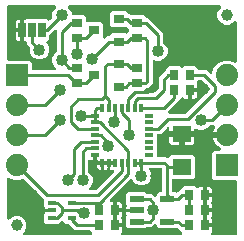
<source format=gbr>
G04 EAGLE Gerber RS-274X export*
G75*
%MOMM*%
%FSLAX34Y34*%
%LPD*%
%INTop Copper*%
%IPPOS*%
%AMOC8*
5,1,8,0,0,1.08239X$1,22.5*%
G01*
%ADD10R,0.400000X0.700000*%
%ADD11R,0.700000X0.400000*%
%ADD12R,0.900000X0.700000*%
%ADD13R,1.600000X1.400000*%
%ADD14R,0.700000X0.900000*%
%ADD15R,0.750000X0.400000*%
%ADD16R,1.200000X0.550000*%
%ADD17R,1.879600X1.879600*%
%ADD18C,1.879600*%
%ADD19R,0.635000X1.270000*%
%ADD20R,0.900000X0.800000*%
%ADD21C,1.000000*%
%ADD22C,0.254000*%
%ADD23C,1.016000*%

G36*
X128594Y124981D02*
X128594Y124981D01*
X128693Y124984D01*
X128751Y125001D01*
X128811Y125009D01*
X128903Y125045D01*
X128998Y125073D01*
X129050Y125103D01*
X129107Y125126D01*
X129187Y125184D01*
X129272Y125234D01*
X129347Y125300D01*
X129364Y125312D01*
X129372Y125322D01*
X129393Y125340D01*
X132470Y128417D01*
X132530Y128495D01*
X132598Y128568D01*
X132627Y128621D01*
X132664Y128668D01*
X132704Y128759D01*
X132752Y128846D01*
X132767Y128905D01*
X132791Y128960D01*
X132806Y129058D01*
X132831Y129154D01*
X132837Y129254D01*
X132841Y129274D01*
X132839Y129287D01*
X132841Y129315D01*
X132841Y137679D01*
X138980Y143817D01*
X139040Y143895D01*
X139108Y143968D01*
X139137Y144021D01*
X139174Y144068D01*
X139214Y144159D01*
X139262Y144246D01*
X139277Y144305D01*
X139301Y144360D01*
X139316Y144458D01*
X139341Y144554D01*
X139347Y144654D01*
X139351Y144674D01*
X139349Y144687D01*
X139351Y144715D01*
X139351Y145463D01*
X141137Y147249D01*
X150663Y147249D01*
X151502Y146409D01*
X151596Y146336D01*
X151686Y146257D01*
X151722Y146239D01*
X151754Y146214D01*
X151863Y146167D01*
X151969Y146113D01*
X152008Y146104D01*
X152046Y146088D01*
X152163Y146069D01*
X152279Y146043D01*
X152320Y146044D01*
X152360Y146038D01*
X152478Y146049D01*
X152597Y146053D01*
X152636Y146064D01*
X152676Y146068D01*
X152789Y146108D01*
X152903Y146141D01*
X152937Y146162D01*
X152976Y146175D01*
X153074Y146242D01*
X153177Y146303D01*
X153222Y146343D01*
X153239Y146354D01*
X153252Y146369D01*
X153297Y146409D01*
X154137Y147249D01*
X163663Y147249D01*
X165449Y145463D01*
X165449Y145288D01*
X165464Y145170D01*
X165471Y145051D01*
X165484Y145013D01*
X165489Y144972D01*
X165532Y144862D01*
X165569Y144749D01*
X165591Y144714D01*
X165606Y144677D01*
X165675Y144581D01*
X165739Y144480D01*
X165769Y144452D01*
X165792Y144419D01*
X165884Y144343D01*
X165971Y144262D01*
X166006Y144242D01*
X166037Y144217D01*
X166145Y144166D01*
X166249Y144108D01*
X166289Y144098D01*
X166325Y144081D01*
X166442Y144059D01*
X166557Y144029D01*
X166617Y144025D01*
X166637Y144021D01*
X166658Y144023D01*
X166718Y144019D01*
X173239Y144019D01*
X175887Y141371D01*
X175996Y141286D01*
X176103Y141197D01*
X176122Y141189D01*
X176138Y141176D01*
X176266Y141121D01*
X176391Y141062D01*
X176411Y141058D01*
X176430Y141050D01*
X176568Y141028D01*
X176704Y141002D01*
X176724Y141003D01*
X176744Y141000D01*
X176883Y141013D01*
X177021Y141022D01*
X177040Y141028D01*
X177060Y141030D01*
X177192Y141077D01*
X177323Y141120D01*
X177341Y141130D01*
X177360Y141137D01*
X177475Y141215D01*
X177592Y141290D01*
X177606Y141305D01*
X177623Y141316D01*
X177715Y141420D01*
X177810Y141521D01*
X177820Y141539D01*
X177833Y141554D01*
X177897Y141678D01*
X177964Y141800D01*
X177969Y141820D01*
X177978Y141838D01*
X178008Y141973D01*
X178043Y142108D01*
X178045Y142136D01*
X178048Y142148D01*
X178047Y142161D01*
X179948Y146750D01*
X183450Y150252D01*
X188024Y152147D01*
X192976Y152147D01*
X197126Y150428D01*
X197174Y150414D01*
X197219Y150393D01*
X197327Y150373D01*
X197433Y150344D01*
X197483Y150343D01*
X197532Y150333D01*
X197641Y150340D01*
X197751Y150339D01*
X197799Y150350D01*
X197849Y150353D01*
X197953Y150387D01*
X198060Y150413D01*
X198104Y150436D01*
X198151Y150451D01*
X198244Y150510D01*
X198341Y150561D01*
X198378Y150595D01*
X198420Y150621D01*
X198495Y150702D01*
X198577Y150775D01*
X198604Y150817D01*
X198638Y150853D01*
X198691Y150949D01*
X198751Y151041D01*
X198768Y151088D01*
X198792Y151132D01*
X198819Y151238D01*
X198855Y151342D01*
X198859Y151391D01*
X198871Y151439D01*
X198881Y151600D01*
X198881Y184434D01*
X198864Y184572D01*
X198851Y184711D01*
X198844Y184730D01*
X198841Y184750D01*
X198790Y184879D01*
X198743Y185010D01*
X198732Y185027D01*
X198724Y185046D01*
X198643Y185158D01*
X198565Y185273D01*
X198549Y185287D01*
X198538Y185303D01*
X198430Y185392D01*
X198326Y185484D01*
X198308Y185493D01*
X198293Y185506D01*
X198167Y185565D01*
X198043Y185628D01*
X198023Y185633D01*
X198005Y185641D01*
X197868Y185667D01*
X197733Y185698D01*
X197712Y185697D01*
X197693Y185701D01*
X197554Y185692D01*
X197415Y185688D01*
X197395Y185683D01*
X197375Y185681D01*
X197243Y185639D01*
X197109Y185600D01*
X197092Y185590D01*
X197073Y185583D01*
X196955Y185509D01*
X196835Y185438D01*
X196814Y185420D01*
X196804Y185413D01*
X196790Y185398D01*
X196715Y185332D01*
X195059Y183677D01*
X192101Y182451D01*
X188899Y182451D01*
X185941Y183677D01*
X183677Y185941D01*
X182451Y188899D01*
X182451Y192101D01*
X183677Y195059D01*
X185332Y196715D01*
X185417Y196824D01*
X185506Y196931D01*
X185514Y196950D01*
X185527Y196966D01*
X185582Y197094D01*
X185641Y197219D01*
X185645Y197239D01*
X185653Y197258D01*
X185675Y197396D01*
X185701Y197532D01*
X185700Y197552D01*
X185703Y197572D01*
X185690Y197711D01*
X185681Y197849D01*
X185675Y197868D01*
X185673Y197888D01*
X185626Y198020D01*
X185583Y198151D01*
X185572Y198169D01*
X185566Y198188D01*
X185488Y198303D01*
X185413Y198420D01*
X185398Y198434D01*
X185387Y198451D01*
X185283Y198543D01*
X185182Y198638D01*
X185164Y198648D01*
X185149Y198661D01*
X185024Y198725D01*
X184903Y198792D01*
X184883Y198797D01*
X184865Y198806D01*
X184730Y198836D01*
X184595Y198871D01*
X184567Y198873D01*
X184555Y198876D01*
X184535Y198875D01*
X184434Y198881D01*
X56979Y198881D01*
X56841Y198864D01*
X56702Y198851D01*
X56683Y198844D01*
X56663Y198841D01*
X56534Y198790D01*
X56403Y198743D01*
X56386Y198732D01*
X56368Y198724D01*
X56255Y198643D01*
X56140Y198565D01*
X56127Y198549D01*
X56110Y198538D01*
X56021Y198430D01*
X55929Y198326D01*
X55920Y198308D01*
X55907Y198293D01*
X55848Y198167D01*
X55785Y198043D01*
X55780Y198023D01*
X55772Y198005D01*
X55746Y197868D01*
X55715Y197733D01*
X55716Y197712D01*
X55712Y197693D01*
X55721Y197554D01*
X55725Y197415D01*
X55731Y197395D01*
X55732Y197375D01*
X55775Y197243D01*
X55813Y197109D01*
X55824Y197092D01*
X55830Y197073D01*
X55904Y196955D01*
X55975Y196835D01*
X55993Y196814D01*
X56000Y196804D01*
X56015Y196790D01*
X56081Y196715D01*
X57691Y195105D01*
X58929Y192116D01*
X58944Y192000D01*
X58951Y191881D01*
X58964Y191843D01*
X58969Y191802D01*
X59012Y191692D01*
X59049Y191579D01*
X59071Y191544D01*
X59086Y191507D01*
X59155Y191411D01*
X59219Y191310D01*
X59249Y191282D01*
X59272Y191249D01*
X59364Y191173D01*
X59451Y191092D01*
X59486Y191072D01*
X59517Y191047D01*
X59625Y190996D01*
X59729Y190938D01*
X59769Y190928D01*
X59805Y190911D01*
X59922Y190889D01*
X60037Y190859D01*
X60097Y190855D01*
X60117Y190851D01*
X60138Y190853D01*
X60198Y190849D01*
X69263Y190849D01*
X71049Y189063D01*
X71049Y186118D01*
X71064Y186000D01*
X71071Y185881D01*
X71084Y185843D01*
X71089Y185802D01*
X71132Y185692D01*
X71169Y185579D01*
X71191Y185544D01*
X71206Y185507D01*
X71275Y185411D01*
X71339Y185310D01*
X71369Y185282D01*
X71392Y185249D01*
X71484Y185173D01*
X71571Y185092D01*
X71606Y185072D01*
X71637Y185047D01*
X71745Y184996D01*
X71849Y184938D01*
X71889Y184928D01*
X71925Y184911D01*
X72042Y184889D01*
X72157Y184859D01*
X72217Y184855D01*
X72237Y184851D01*
X72258Y184853D01*
X72318Y184849D01*
X83663Y184849D01*
X85449Y183063D01*
X85449Y172091D01*
X85466Y171953D01*
X85479Y171814D01*
X85486Y171795D01*
X85489Y171775D01*
X85540Y171646D01*
X85587Y171515D01*
X85598Y171498D01*
X85606Y171479D01*
X85687Y171367D01*
X85765Y171252D01*
X85781Y171238D01*
X85792Y171222D01*
X85900Y171133D01*
X86004Y171041D01*
X86022Y171032D01*
X86037Y171019D01*
X86163Y170960D01*
X86287Y170897D01*
X86307Y170892D01*
X86325Y170884D01*
X86462Y170858D01*
X86597Y170827D01*
X86618Y170828D01*
X86637Y170824D01*
X86776Y170833D01*
X86915Y170837D01*
X86935Y170842D01*
X86955Y170844D01*
X87087Y170886D01*
X87221Y170925D01*
X87238Y170935D01*
X87257Y170942D01*
X87375Y171016D01*
X87495Y171087D01*
X87516Y171105D01*
X87526Y171112D01*
X87540Y171127D01*
X87615Y171193D01*
X89041Y172619D01*
X90082Y172619D01*
X90200Y172634D01*
X90319Y172641D01*
X90357Y172654D01*
X90398Y172659D01*
X90508Y172702D01*
X90621Y172739D01*
X90656Y172761D01*
X90693Y172776D01*
X90789Y172845D01*
X90890Y172909D01*
X90918Y172939D01*
X90951Y172962D01*
X91027Y173054D01*
X91108Y173141D01*
X91128Y173176D01*
X91153Y173207D01*
X91204Y173315D01*
X91262Y173419D01*
X91272Y173459D01*
X91289Y173495D01*
X91290Y173502D01*
X93137Y175349D01*
X104685Y175349D01*
X104694Y175342D01*
X104801Y175253D01*
X104820Y175245D01*
X104836Y175232D01*
X104964Y175177D01*
X105089Y175118D01*
X105109Y175114D01*
X105128Y175106D01*
X105265Y175084D01*
X105402Y175058D01*
X105422Y175059D01*
X105442Y175056D01*
X105580Y175069D01*
X105719Y175078D01*
X105738Y175084D01*
X105758Y175086D01*
X105889Y175133D01*
X106021Y175176D01*
X106039Y175186D01*
X106058Y175193D01*
X106173Y175271D01*
X106290Y175346D01*
X106304Y175361D01*
X106321Y175372D01*
X106413Y175476D01*
X106508Y175577D01*
X106518Y175595D01*
X106531Y175610D01*
X106595Y175734D01*
X106662Y175856D01*
X106667Y175875D01*
X106676Y175893D01*
X106703Y176015D01*
X107591Y176903D01*
X107664Y176997D01*
X107743Y177086D01*
X107761Y177122D01*
X107786Y177154D01*
X107833Y177263D01*
X107887Y177369D01*
X107896Y177408D01*
X107912Y177446D01*
X107931Y177563D01*
X107957Y177679D01*
X107956Y177720D01*
X107962Y177760D01*
X107951Y177878D01*
X107947Y177997D01*
X107936Y178036D01*
X107932Y178076D01*
X107892Y178188D01*
X107859Y178303D01*
X107838Y178338D01*
X107825Y178376D01*
X107758Y178474D01*
X107697Y178577D01*
X107658Y178622D01*
X107646Y178639D01*
X107631Y178652D01*
X107591Y178698D01*
X106713Y179575D01*
X106711Y179591D01*
X106660Y179720D01*
X106613Y179851D01*
X106602Y179868D01*
X106594Y179887D01*
X106513Y179999D01*
X106435Y180114D01*
X106419Y180128D01*
X106408Y180144D01*
X106300Y180233D01*
X106196Y180325D01*
X106178Y180334D01*
X106163Y180347D01*
X106037Y180406D01*
X105913Y180469D01*
X105893Y180474D01*
X105875Y180482D01*
X105739Y180508D01*
X105603Y180539D01*
X105582Y180538D01*
X105563Y180542D01*
X105424Y180534D01*
X105285Y180529D01*
X105265Y180524D01*
X105245Y180522D01*
X105113Y180479D01*
X104979Y180441D01*
X104962Y180431D01*
X104943Y180424D01*
X104825Y180350D01*
X104705Y180279D01*
X104684Y180261D01*
X104674Y180254D01*
X104671Y180251D01*
X93137Y180251D01*
X91351Y182037D01*
X91351Y192563D01*
X93137Y194349D01*
X104663Y194349D01*
X106521Y192491D01*
X106532Y192462D01*
X106569Y192349D01*
X106591Y192314D01*
X106606Y192277D01*
X106675Y192181D01*
X106739Y192080D01*
X106769Y192052D01*
X106792Y192019D01*
X106884Y191943D01*
X106971Y191862D01*
X107006Y191842D01*
X107037Y191817D01*
X107145Y191766D01*
X107249Y191708D01*
X107289Y191698D01*
X107325Y191681D01*
X107442Y191659D01*
X107557Y191629D01*
X107617Y191625D01*
X107637Y191621D01*
X107658Y191623D01*
X107718Y191619D01*
X107859Y191619D01*
X108257Y191220D01*
X108335Y191160D01*
X108408Y191092D01*
X108461Y191063D01*
X108508Y191026D01*
X108599Y190986D01*
X108686Y190938D01*
X108745Y190923D01*
X108800Y190899D01*
X108898Y190884D01*
X108994Y190859D01*
X109094Y190853D01*
X109114Y190849D01*
X109127Y190851D01*
X109155Y190849D01*
X120063Y190849D01*
X121921Y188990D01*
X121999Y188930D01*
X122071Y188862D01*
X122124Y188833D01*
X122172Y188796D01*
X122263Y188756D01*
X122350Y188708D01*
X122409Y188693D01*
X122464Y188669D01*
X122562Y188654D01*
X122658Y188629D01*
X122758Y188623D01*
X122778Y188619D01*
X122791Y188621D01*
X122819Y188619D01*
X123559Y188619D01*
X136399Y175779D01*
X136399Y167723D01*
X136411Y167625D01*
X136414Y167526D01*
X136431Y167467D01*
X136439Y167407D01*
X136475Y167315D01*
X136503Y167220D01*
X136533Y167168D01*
X136556Y167112D01*
X136614Y167032D01*
X136664Y166946D01*
X136730Y166871D01*
X136742Y166854D01*
X136752Y166846D01*
X136770Y166825D01*
X138971Y164625D01*
X140209Y161637D01*
X140209Y158403D01*
X138971Y155415D01*
X136685Y153129D01*
X133697Y151891D01*
X130463Y151891D01*
X129264Y152388D01*
X129216Y152401D01*
X129171Y152422D01*
X129063Y152443D01*
X128957Y152472D01*
X128907Y152473D01*
X128858Y152482D01*
X128749Y152475D01*
X128639Y152477D01*
X128591Y152465D01*
X128541Y152462D01*
X128437Y152429D01*
X128330Y152403D01*
X128286Y152380D01*
X128239Y152364D01*
X128146Y152306D01*
X128049Y152254D01*
X128012Y152221D01*
X127970Y152194D01*
X127895Y152114D01*
X127813Y152040D01*
X127786Y151999D01*
X127752Y151963D01*
X127699Y151866D01*
X127639Y151775D01*
X127622Y151728D01*
X127598Y151684D01*
X127571Y151578D01*
X127535Y151474D01*
X127531Y151424D01*
X127519Y151376D01*
X127509Y151215D01*
X127509Y132831D01*
X123559Y128881D01*
X122819Y128881D01*
X122720Y128869D01*
X122621Y128866D01*
X122563Y128849D01*
X122503Y128841D01*
X122411Y128805D01*
X122316Y128777D01*
X122264Y128747D01*
X122207Y128724D01*
X122127Y128666D01*
X122042Y128616D01*
X121967Y128550D01*
X121950Y128538D01*
X121942Y128528D01*
X121921Y128510D01*
X120547Y127135D01*
X120462Y127026D01*
X120373Y126919D01*
X120364Y126900D01*
X120352Y126884D01*
X120297Y126757D01*
X120238Y126631D01*
X120234Y126611D01*
X120226Y126592D01*
X120204Y126454D01*
X120178Y126318D01*
X120179Y126298D01*
X120176Y126278D01*
X120189Y126139D01*
X120198Y126001D01*
X120204Y125982D01*
X120206Y125962D01*
X120253Y125830D01*
X120296Y125699D01*
X120306Y125681D01*
X120313Y125662D01*
X120391Y125547D01*
X120466Y125430D01*
X120481Y125416D01*
X120492Y125399D01*
X120596Y125307D01*
X120697Y125212D01*
X120715Y125202D01*
X120730Y125189D01*
X120854Y125125D01*
X120976Y125058D01*
X120995Y125053D01*
X121014Y125044D01*
X121149Y125014D01*
X121284Y124979D01*
X121312Y124977D01*
X121324Y124974D01*
X121344Y124975D01*
X121445Y124969D01*
X128495Y124969D01*
X128594Y124981D01*
G37*
G36*
X197730Y4334D02*
X197730Y4334D01*
X197849Y4341D01*
X197887Y4354D01*
X197928Y4359D01*
X198038Y4402D01*
X198151Y4439D01*
X198186Y4461D01*
X198223Y4476D01*
X198319Y4545D01*
X198420Y4609D01*
X198448Y4639D01*
X198481Y4662D01*
X198557Y4754D01*
X198638Y4841D01*
X198658Y4876D01*
X198683Y4907D01*
X198734Y5015D01*
X198792Y5119D01*
X198802Y5159D01*
X198819Y5195D01*
X198841Y5312D01*
X198871Y5427D01*
X198875Y5487D01*
X198879Y5507D01*
X198877Y5528D01*
X198881Y5588D01*
X198881Y49784D01*
X198866Y49902D01*
X198859Y50021D01*
X198846Y50059D01*
X198841Y50100D01*
X198798Y50210D01*
X198761Y50323D01*
X198739Y50358D01*
X198724Y50395D01*
X198655Y50491D01*
X198591Y50592D01*
X198561Y50620D01*
X198538Y50653D01*
X198446Y50729D01*
X198359Y50810D01*
X198324Y50830D01*
X198293Y50855D01*
X198185Y50906D01*
X198081Y50964D01*
X198041Y50974D01*
X198005Y50991D01*
X197888Y51013D01*
X197773Y51043D01*
X197713Y51047D01*
X197693Y51051D01*
X197672Y51049D01*
X197612Y51053D01*
X179839Y51053D01*
X178053Y52839D01*
X178053Y74161D01*
X179839Y75947D01*
X184338Y75947D01*
X184358Y75949D01*
X184378Y75947D01*
X184515Y75969D01*
X184654Y75987D01*
X184672Y75994D01*
X184692Y75997D01*
X184820Y76052D01*
X184949Y76104D01*
X184965Y76115D01*
X184984Y76123D01*
X185094Y76209D01*
X185207Y76290D01*
X185219Y76306D01*
X185235Y76318D01*
X185321Y76428D01*
X185410Y76535D01*
X185418Y76553D01*
X185430Y76569D01*
X185486Y76697D01*
X185545Y76823D01*
X185549Y76843D01*
X185557Y76861D01*
X185579Y76999D01*
X185605Y77135D01*
X185604Y77155D01*
X185607Y77175D01*
X185594Y77314D01*
X185585Y77453D01*
X185579Y77472D01*
X185577Y77492D01*
X185530Y77623D01*
X185487Y77755D01*
X185476Y77772D01*
X185470Y77791D01*
X185391Y77907D01*
X185317Y78024D01*
X185302Y78038D01*
X185291Y78054D01*
X185187Y78147D01*
X185085Y78242D01*
X185068Y78252D01*
X185053Y78265D01*
X184914Y78347D01*
X184243Y78689D01*
X182722Y79794D01*
X181394Y81122D01*
X180289Y82643D01*
X179436Y84317D01*
X178855Y86104D01*
X178815Y86361D01*
X189230Y86361D01*
X189348Y86376D01*
X189467Y86383D01*
X189505Y86396D01*
X189545Y86401D01*
X189656Y86444D01*
X189769Y86481D01*
X189803Y86503D01*
X189841Y86518D01*
X189937Y86588D01*
X190038Y86651D01*
X190066Y86681D01*
X190098Y86704D01*
X190174Y86796D01*
X190256Y86883D01*
X190275Y86918D01*
X190301Y86949D01*
X190352Y87057D01*
X190409Y87161D01*
X190420Y87201D01*
X190437Y87237D01*
X190459Y87354D01*
X190489Y87469D01*
X190493Y87530D01*
X190497Y87550D01*
X190495Y87570D01*
X190499Y87630D01*
X190499Y90170D01*
X190484Y90288D01*
X190477Y90407D01*
X190464Y90445D01*
X190459Y90485D01*
X190415Y90596D01*
X190379Y90709D01*
X190357Y90744D01*
X190342Y90781D01*
X190272Y90877D01*
X190209Y90978D01*
X190179Y91006D01*
X190155Y91039D01*
X190064Y91114D01*
X189977Y91196D01*
X189942Y91216D01*
X189910Y91241D01*
X189803Y91292D01*
X189698Y91350D01*
X189659Y91360D01*
X189623Y91377D01*
X189506Y91399D01*
X189391Y91429D01*
X189330Y91433D01*
X189310Y91437D01*
X189290Y91435D01*
X189230Y91439D01*
X178815Y91439D01*
X178855Y91696D01*
X179436Y93483D01*
X180289Y95157D01*
X180368Y95266D01*
X180387Y95301D01*
X180413Y95331D01*
X180464Y95440D01*
X180521Y95544D01*
X180531Y95583D01*
X180548Y95619D01*
X180571Y95736D01*
X180600Y95853D01*
X180600Y95892D01*
X180608Y95932D01*
X180600Y96051D01*
X180601Y96171D01*
X180591Y96209D01*
X180588Y96249D01*
X180551Y96363D01*
X180522Y96479D01*
X180502Y96514D01*
X180490Y96551D01*
X180426Y96652D01*
X180369Y96757D01*
X180341Y96786D01*
X180320Y96820D01*
X180233Y96902D01*
X180151Y96989D01*
X180117Y97011D01*
X180088Y97038D01*
X179984Y97096D01*
X179883Y97160D01*
X179845Y97172D01*
X179810Y97192D01*
X179694Y97221D01*
X179580Y97259D01*
X179540Y97261D01*
X179502Y97271D01*
X179341Y97281D01*
X176613Y97281D01*
X176515Y97269D01*
X176416Y97266D01*
X176357Y97249D01*
X176297Y97241D01*
X176205Y97205D01*
X176110Y97177D01*
X176058Y97147D01*
X176002Y97124D01*
X175922Y97066D01*
X175836Y97016D01*
X175761Y96950D01*
X175744Y96938D01*
X175736Y96928D01*
X175715Y96910D01*
X173515Y94709D01*
X170527Y93471D01*
X167293Y93471D01*
X164696Y94547D01*
X164648Y94560D01*
X164603Y94581D01*
X164495Y94602D01*
X164389Y94631D01*
X164339Y94632D01*
X164290Y94641D01*
X164181Y94634D01*
X164071Y94636D01*
X164023Y94625D01*
X163973Y94621D01*
X163869Y94588D01*
X163762Y94562D01*
X163718Y94539D01*
X163671Y94523D01*
X163578Y94465D01*
X163481Y94413D01*
X163444Y94380D01*
X163402Y94353D01*
X163327Y94273D01*
X163245Y94199D01*
X163218Y94158D01*
X163184Y94122D01*
X163131Y94025D01*
X163071Y93934D01*
X163054Y93887D01*
X163030Y93843D01*
X163003Y93737D01*
X162967Y93633D01*
X162963Y93583D01*
X162951Y93535D01*
X162941Y93375D01*
X162941Y92739D01*
X153670Y92739D01*
X153552Y92724D01*
X153433Y92717D01*
X153395Y92704D01*
X153355Y92699D01*
X153244Y92655D01*
X153131Y92619D01*
X153096Y92597D01*
X153059Y92582D01*
X152963Y92512D01*
X152862Y92449D01*
X152834Y92419D01*
X152802Y92395D01*
X152726Y92304D01*
X152644Y92217D01*
X152625Y92182D01*
X152599Y92150D01*
X152548Y92043D01*
X152491Y91939D01*
X152480Y91899D01*
X152463Y91863D01*
X152441Y91746D01*
X152411Y91631D01*
X152407Y91570D01*
X152403Y91550D01*
X152405Y91530D01*
X152401Y91470D01*
X152401Y90199D01*
X152399Y90199D01*
X152399Y91470D01*
X152384Y91588D01*
X152377Y91707D01*
X152364Y91745D01*
X152359Y91785D01*
X152315Y91896D01*
X152279Y92009D01*
X152257Y92044D01*
X152242Y92081D01*
X152172Y92177D01*
X152109Y92278D01*
X152079Y92306D01*
X152055Y92338D01*
X151964Y92414D01*
X151877Y92496D01*
X151842Y92515D01*
X151810Y92541D01*
X151703Y92592D01*
X151599Y92649D01*
X151559Y92660D01*
X151523Y92677D01*
X151406Y92699D01*
X151291Y92729D01*
X151230Y92733D01*
X151210Y92737D01*
X151190Y92735D01*
X151130Y92739D01*
X141859Y92739D01*
X141859Y94587D01*
X141842Y94725D01*
X141829Y94864D01*
X141822Y94883D01*
X141819Y94903D01*
X141768Y95032D01*
X141721Y95163D01*
X141710Y95180D01*
X141702Y95199D01*
X141621Y95311D01*
X141543Y95426D01*
X141527Y95440D01*
X141516Y95456D01*
X141409Y95544D01*
X141304Y95637D01*
X141286Y95646D01*
X141271Y95659D01*
X141145Y95718D01*
X141021Y95781D01*
X141001Y95786D01*
X140983Y95794D01*
X140847Y95820D01*
X140711Y95851D01*
X140690Y95850D01*
X140671Y95854D01*
X140532Y95845D01*
X140393Y95841D01*
X140373Y95836D01*
X140353Y95834D01*
X140221Y95792D01*
X140087Y95753D01*
X140070Y95743D01*
X140051Y95736D01*
X139933Y95662D01*
X139813Y95591D01*
X139792Y95573D01*
X139782Y95566D01*
X139768Y95551D01*
X139693Y95485D01*
X134289Y90081D01*
X132418Y90081D01*
X132300Y90066D01*
X132181Y90059D01*
X132143Y90046D01*
X132102Y90041D01*
X131992Y89998D01*
X131879Y89961D01*
X131844Y89939D01*
X131807Y89924D01*
X131711Y89855D01*
X131610Y89791D01*
X131582Y89761D01*
X131549Y89738D01*
X131473Y89646D01*
X131392Y89559D01*
X131372Y89524D01*
X131347Y89493D01*
X131296Y89385D01*
X131238Y89281D01*
X131228Y89241D01*
X131211Y89205D01*
X131189Y89088D01*
X131159Y88973D01*
X131155Y88913D01*
X131151Y88893D01*
X131153Y88872D01*
X131149Y88812D01*
X131149Y71488D01*
X131164Y71370D01*
X131171Y71251D01*
X131184Y71213D01*
X131189Y71172D01*
X131232Y71062D01*
X131269Y70949D01*
X131291Y70914D01*
X131306Y70877D01*
X131375Y70781D01*
X131439Y70680D01*
X131469Y70652D01*
X131492Y70619D01*
X131584Y70543D01*
X131671Y70462D01*
X131706Y70442D01*
X131737Y70417D01*
X131845Y70366D01*
X131949Y70308D01*
X131989Y70298D01*
X132025Y70281D01*
X132142Y70259D01*
X132257Y70229D01*
X132317Y70225D01*
X132337Y70221D01*
X132358Y70223D01*
X132418Y70219D01*
X139089Y70219D01*
X139200Y70107D01*
X139295Y70034D01*
X139384Y69955D01*
X139420Y69937D01*
X139452Y69912D01*
X139561Y69865D01*
X139667Y69811D01*
X139706Y69802D01*
X139744Y69786D01*
X139861Y69767D01*
X139977Y69741D01*
X140018Y69742D01*
X140058Y69736D01*
X140176Y69747D01*
X140295Y69751D01*
X140334Y69762D01*
X140374Y69766D01*
X140486Y69806D01*
X140601Y69839D01*
X140636Y69860D01*
X140674Y69873D01*
X140772Y69940D01*
X140875Y70001D01*
X140920Y70041D01*
X140937Y70052D01*
X140950Y70067D01*
X140996Y70107D01*
X143137Y72249D01*
X161663Y72249D01*
X163449Y70463D01*
X163449Y53937D01*
X161663Y52151D01*
X145288Y52151D01*
X145170Y52136D01*
X145051Y52129D01*
X145013Y52116D01*
X144972Y52111D01*
X144862Y52068D01*
X144749Y52031D01*
X144714Y52009D01*
X144677Y51994D01*
X144581Y51925D01*
X144480Y51861D01*
X144452Y51831D01*
X144419Y51808D01*
X144343Y51716D01*
X144262Y51629D01*
X144242Y51594D01*
X144217Y51563D01*
X144166Y51455D01*
X144108Y51351D01*
X144098Y51311D01*
X144081Y51275D01*
X144059Y51158D01*
X144029Y51043D01*
X144025Y50983D01*
X144021Y50963D01*
X144023Y50942D01*
X144019Y50882D01*
X144019Y41968D01*
X144034Y41850D01*
X144041Y41731D01*
X144054Y41693D01*
X144059Y41652D01*
X144102Y41542D01*
X144139Y41429D01*
X144161Y41394D01*
X144176Y41357D01*
X144245Y41261D01*
X144309Y41160D01*
X144339Y41132D01*
X144362Y41099D01*
X144454Y41023D01*
X144541Y40942D01*
X144576Y40922D01*
X144607Y40897D01*
X144715Y40846D01*
X144819Y40788D01*
X144859Y40778D01*
X144895Y40761D01*
X145012Y40739D01*
X145127Y40709D01*
X145187Y40705D01*
X145207Y40701D01*
X145228Y40703D01*
X145288Y40699D01*
X147286Y40699D01*
X147363Y40631D01*
X147399Y40612D01*
X147431Y40588D01*
X147541Y40540D01*
X147646Y40486D01*
X147686Y40477D01*
X147723Y40461D01*
X147840Y40443D01*
X147957Y40417D01*
X147997Y40418D01*
X148037Y40411D01*
X148155Y40423D01*
X148275Y40426D01*
X148314Y40437D01*
X148354Y40441D01*
X148466Y40482D01*
X148580Y40515D01*
X148615Y40535D01*
X148653Y40549D01*
X148752Y40616D01*
X148854Y40676D01*
X148899Y40716D01*
X148916Y40727D01*
X148930Y40743D01*
X148975Y40783D01*
X150611Y42419D01*
X150782Y42419D01*
X150900Y42434D01*
X151019Y42441D01*
X151057Y42454D01*
X151098Y42459D01*
X151208Y42502D01*
X151321Y42539D01*
X151356Y42561D01*
X151393Y42576D01*
X151489Y42645D01*
X151590Y42709D01*
X151618Y42739D01*
X151651Y42762D01*
X151727Y42854D01*
X151808Y42941D01*
X151828Y42976D01*
X151853Y43007D01*
X151904Y43115D01*
X151962Y43219D01*
X151972Y43259D01*
X151989Y43295D01*
X152011Y43412D01*
X152041Y43527D01*
X152045Y43587D01*
X152049Y43607D01*
X152047Y43628D01*
X152051Y43688D01*
X152051Y43863D01*
X153837Y45649D01*
X163363Y45649D01*
X164562Y44450D01*
X164656Y44377D01*
X164745Y44298D01*
X164781Y44280D01*
X164813Y44255D01*
X164922Y44208D01*
X165028Y44153D01*
X165068Y44145D01*
X165105Y44129D01*
X165223Y44110D01*
X165339Y44084D01*
X165379Y44085D01*
X165419Y44079D01*
X165538Y44090D01*
X165656Y44093D01*
X165695Y44105D01*
X165736Y44109D01*
X165848Y44149D01*
X165962Y44182D01*
X165997Y44202D01*
X166035Y44216D01*
X166133Y44283D01*
X166236Y44343D01*
X166281Y44383D01*
X166298Y44395D01*
X166311Y44410D01*
X166357Y44450D01*
X166540Y44633D01*
X167119Y44968D01*
X167766Y45141D01*
X169851Y45141D01*
X169851Y38580D01*
X169866Y38462D01*
X169873Y38343D01*
X169885Y38305D01*
X169891Y38265D01*
X169934Y38154D01*
X169950Y38106D01*
X169940Y38088D01*
X169930Y38049D01*
X169913Y38013D01*
X169891Y37896D01*
X169861Y37780D01*
X169857Y37720D01*
X169853Y37700D01*
X169855Y37680D01*
X169851Y37620D01*
X169851Y25880D01*
X169866Y25762D01*
X169873Y25643D01*
X169885Y25605D01*
X169891Y25565D01*
X169934Y25454D01*
X169950Y25406D01*
X169940Y25388D01*
X169930Y25349D01*
X169913Y25313D01*
X169891Y25196D01*
X169861Y25080D01*
X169857Y25020D01*
X169853Y25000D01*
X169855Y24980D01*
X169851Y24920D01*
X169851Y13180D01*
X169866Y13062D01*
X169873Y12943D01*
X169885Y12905D01*
X169891Y12865D01*
X169934Y12754D01*
X169971Y12641D01*
X169993Y12607D01*
X170008Y12569D01*
X170077Y12473D01*
X170141Y12372D01*
X170171Y12344D01*
X170194Y12312D01*
X170286Y12236D01*
X170373Y12154D01*
X170408Y12135D01*
X170439Y12109D01*
X170547Y12058D01*
X170651Y12001D01*
X170691Y11991D01*
X170727Y11973D01*
X170844Y11951D01*
X170846Y11945D01*
X170851Y11904D01*
X170895Y11794D01*
X170931Y11681D01*
X170953Y11646D01*
X170968Y11609D01*
X171038Y11512D01*
X171101Y11412D01*
X171131Y11384D01*
X171155Y11351D01*
X171246Y11275D01*
X171333Y11194D01*
X171368Y11174D01*
X171400Y11149D01*
X171507Y11098D01*
X171612Y11040D01*
X171651Y11030D01*
X171687Y11013D01*
X171804Y10991D01*
X171920Y10961D01*
X171980Y10957D01*
X172000Y10953D01*
X172020Y10955D01*
X172080Y10951D01*
X177641Y10951D01*
X177641Y7866D01*
X177468Y7219D01*
X177133Y6640D01*
X176979Y6486D01*
X176894Y6376D01*
X176805Y6269D01*
X176796Y6250D01*
X176784Y6234D01*
X176728Y6106D01*
X176669Y5981D01*
X176665Y5961D01*
X176657Y5942D01*
X176636Y5805D01*
X176609Y5668D01*
X176611Y5648D01*
X176607Y5628D01*
X176620Y5490D01*
X176629Y5351D01*
X176635Y5332D01*
X176637Y5312D01*
X176684Y5181D01*
X176727Y5049D01*
X176738Y5031D01*
X176745Y5012D01*
X176823Y4897D01*
X176897Y4780D01*
X176912Y4766D01*
X176923Y4749D01*
X177027Y4657D01*
X177129Y4562D01*
X177147Y4552D01*
X177162Y4539D01*
X177285Y4476D01*
X177407Y4408D01*
X177427Y4403D01*
X177445Y4394D01*
X177581Y4364D01*
X177715Y4329D01*
X177743Y4327D01*
X177755Y4324D01*
X177776Y4325D01*
X177876Y4319D01*
X197612Y4319D01*
X197730Y4334D01*
G37*
G36*
X75543Y4336D02*
X75543Y4336D01*
X75682Y4349D01*
X75701Y4356D01*
X75721Y4359D01*
X75850Y4410D01*
X75981Y4457D01*
X75998Y4468D01*
X76017Y4476D01*
X76129Y4557D01*
X76244Y4635D01*
X76258Y4651D01*
X76274Y4662D01*
X76363Y4770D01*
X76455Y4874D01*
X76464Y4892D01*
X76477Y4907D01*
X76536Y5033D01*
X76599Y5157D01*
X76604Y5177D01*
X76612Y5195D01*
X76638Y5332D01*
X76669Y5467D01*
X76668Y5488D01*
X76672Y5507D01*
X76664Y5646D01*
X76659Y5785D01*
X76654Y5805D01*
X76652Y5825D01*
X76610Y5957D01*
X76571Y6091D01*
X76561Y6108D01*
X76554Y6127D01*
X76480Y6245D01*
X76409Y6365D01*
X76391Y6386D01*
X76384Y6396D01*
X76369Y6410D01*
X76303Y6485D01*
X75851Y6937D01*
X75851Y7112D01*
X75836Y7230D01*
X75829Y7349D01*
X75816Y7387D01*
X75811Y7428D01*
X75768Y7538D01*
X75731Y7651D01*
X75709Y7686D01*
X75694Y7723D01*
X75625Y7819D01*
X75561Y7920D01*
X75531Y7948D01*
X75508Y7981D01*
X75416Y8057D01*
X75329Y8138D01*
X75294Y8158D01*
X75263Y8183D01*
X75155Y8234D01*
X75051Y8292D01*
X75011Y8302D01*
X74975Y8319D01*
X74858Y8341D01*
X74743Y8371D01*
X74683Y8375D01*
X74663Y8379D01*
X74642Y8377D01*
X74582Y8381D01*
X61711Y8381D01*
X56613Y13480D01*
X56535Y13540D01*
X56462Y13608D01*
X56409Y13637D01*
X56362Y13674D01*
X56271Y13714D01*
X56184Y13762D01*
X56125Y13777D01*
X56070Y13801D01*
X55972Y13816D01*
X55876Y13841D01*
X55776Y13847D01*
X55756Y13851D01*
X55743Y13849D01*
X55715Y13851D01*
X54037Y13851D01*
X51986Y15902D01*
X51935Y15978D01*
X51919Y15992D01*
X51908Y16008D01*
X51800Y16097D01*
X51696Y16189D01*
X51678Y16198D01*
X51663Y16211D01*
X51537Y16270D01*
X51413Y16333D01*
X51393Y16338D01*
X51375Y16346D01*
X51238Y16372D01*
X51103Y16403D01*
X51082Y16402D01*
X51063Y16406D01*
X50924Y16397D01*
X50785Y16393D01*
X50765Y16388D01*
X50745Y16386D01*
X50613Y16344D01*
X50479Y16305D01*
X50462Y16295D01*
X50443Y16288D01*
X50325Y16214D01*
X50205Y16143D01*
X50184Y16125D01*
X50174Y16118D01*
X50160Y16103D01*
X50085Y16037D01*
X48610Y14563D01*
X48563Y14549D01*
X48503Y14541D01*
X48411Y14505D01*
X48316Y14477D01*
X48264Y14447D01*
X48207Y14424D01*
X48127Y14366D01*
X48042Y14316D01*
X47967Y14250D01*
X47950Y14238D01*
X47942Y14228D01*
X47921Y14209D01*
X47563Y13851D01*
X37537Y13851D01*
X35751Y15637D01*
X35751Y22163D01*
X35888Y22299D01*
X35948Y22377D01*
X36016Y22449D01*
X36045Y22502D01*
X36082Y22550D01*
X36122Y22641D01*
X36170Y22728D01*
X36185Y22787D01*
X36209Y22842D01*
X36224Y22940D01*
X36249Y23036D01*
X36255Y23136D01*
X36259Y23156D01*
X36257Y23169D01*
X36259Y23197D01*
X36259Y24131D01*
X42550Y24131D01*
X42668Y24146D01*
X42787Y24153D01*
X42825Y24165D01*
X42865Y24170D01*
X42976Y24214D01*
X43089Y24251D01*
X43123Y24273D01*
X43161Y24287D01*
X43257Y24357D01*
X43358Y24421D01*
X43386Y24451D01*
X43418Y24474D01*
X43494Y24566D01*
X43576Y24653D01*
X43595Y24688D01*
X43621Y24719D01*
X43672Y24827D01*
X43729Y24931D01*
X43739Y24970D01*
X43757Y25007D01*
X43779Y25124D01*
X43809Y25239D01*
X43813Y25299D01*
X43816Y25319D01*
X43816Y25320D01*
X43815Y25340D01*
X43819Y25400D01*
X43804Y25518D01*
X43797Y25637D01*
X43784Y25675D01*
X43779Y25716D01*
X43735Y25826D01*
X43699Y25940D01*
X43677Y25974D01*
X43662Y26011D01*
X43592Y26108D01*
X43528Y26208D01*
X43499Y26236D01*
X43475Y26269D01*
X43383Y26345D01*
X43297Y26426D01*
X43261Y26446D01*
X43230Y26472D01*
X43123Y26522D01*
X43018Y26580D01*
X42979Y26590D01*
X42943Y26607D01*
X42826Y26629D01*
X42710Y26659D01*
X42650Y26663D01*
X42630Y26667D01*
X42610Y26666D01*
X42550Y26669D01*
X36259Y26669D01*
X36259Y27603D01*
X36247Y27702D01*
X36244Y27801D01*
X36227Y27859D01*
X36219Y27919D01*
X36183Y28011D01*
X36155Y28106D01*
X36125Y28158D01*
X36102Y28215D01*
X36044Y28295D01*
X35994Y28380D01*
X35928Y28455D01*
X35916Y28472D01*
X35906Y28480D01*
X35888Y28501D01*
X35751Y28637D01*
X35751Y33815D01*
X35739Y33914D01*
X35736Y34013D01*
X35719Y34071D01*
X35711Y34131D01*
X35675Y34223D01*
X35647Y34318D01*
X35617Y34370D01*
X35594Y34427D01*
X35536Y34507D01*
X35486Y34592D01*
X35420Y34667D01*
X35408Y34684D01*
X35398Y34692D01*
X35380Y34713D01*
X18507Y51585D01*
X18484Y51603D01*
X18465Y51626D01*
X18359Y51701D01*
X18256Y51780D01*
X18229Y51792D01*
X18205Y51809D01*
X18083Y51855D01*
X17964Y51906D01*
X17935Y51911D01*
X17907Y51921D01*
X17778Y51936D01*
X17650Y51956D01*
X17621Y51953D01*
X17591Y51957D01*
X17463Y51939D01*
X17333Y51926D01*
X17306Y51916D01*
X17276Y51912D01*
X17124Y51860D01*
X15176Y51053D01*
X10224Y51053D01*
X6074Y52772D01*
X6026Y52786D01*
X5981Y52807D01*
X5873Y52827D01*
X5767Y52856D01*
X5717Y52857D01*
X5668Y52867D01*
X5559Y52860D01*
X5449Y52861D01*
X5401Y52850D01*
X5351Y52847D01*
X5247Y52813D01*
X5140Y52787D01*
X5096Y52764D01*
X5049Y52749D01*
X4956Y52690D01*
X4859Y52639D01*
X4822Y52605D01*
X4780Y52579D01*
X4705Y52498D01*
X4623Y52425D01*
X4596Y52383D01*
X4562Y52347D01*
X4509Y52251D01*
X4449Y52159D01*
X4432Y52112D01*
X4408Y52068D01*
X4381Y51962D01*
X4345Y51858D01*
X4341Y51809D01*
X4329Y51761D01*
X4319Y51600D01*
X4319Y18766D01*
X4336Y18628D01*
X4349Y18489D01*
X4356Y18470D01*
X4359Y18450D01*
X4410Y18321D01*
X4457Y18190D01*
X4468Y18173D01*
X4476Y18154D01*
X4557Y18042D01*
X4635Y17927D01*
X4651Y17913D01*
X4662Y17897D01*
X4770Y17808D01*
X4874Y17716D01*
X4892Y17707D01*
X4907Y17694D01*
X5033Y17635D01*
X5157Y17572D01*
X5177Y17567D01*
X5195Y17559D01*
X5332Y17533D01*
X5467Y17502D01*
X5488Y17503D01*
X5507Y17499D01*
X5646Y17508D01*
X5785Y17512D01*
X5805Y17517D01*
X5825Y17519D01*
X5957Y17561D01*
X6091Y17600D01*
X6108Y17610D01*
X6127Y17617D01*
X6245Y17691D01*
X6365Y17762D01*
X6386Y17780D01*
X6396Y17787D01*
X6410Y17802D01*
X6485Y17868D01*
X8141Y19523D01*
X11099Y20749D01*
X14301Y20749D01*
X17259Y19523D01*
X19523Y17259D01*
X20749Y14301D01*
X20749Y11099D01*
X19523Y8141D01*
X17868Y6485D01*
X17783Y6376D01*
X17694Y6269D01*
X17686Y6250D01*
X17673Y6234D01*
X17618Y6106D01*
X17559Y5981D01*
X17555Y5961D01*
X17547Y5942D01*
X17525Y5804D01*
X17499Y5668D01*
X17500Y5648D01*
X17497Y5628D01*
X17510Y5489D01*
X17519Y5351D01*
X17525Y5332D01*
X17527Y5312D01*
X17574Y5180D01*
X17617Y5049D01*
X17628Y5031D01*
X17634Y5012D01*
X17712Y4897D01*
X17787Y4780D01*
X17802Y4766D01*
X17813Y4749D01*
X17917Y4657D01*
X18018Y4562D01*
X18036Y4552D01*
X18051Y4539D01*
X18176Y4475D01*
X18297Y4408D01*
X18317Y4403D01*
X18335Y4394D01*
X18470Y4364D01*
X18605Y4329D01*
X18633Y4327D01*
X18645Y4324D01*
X18665Y4325D01*
X18766Y4319D01*
X75405Y4319D01*
X75543Y4336D01*
G37*
G36*
X44759Y144036D02*
X44759Y144036D01*
X44898Y144049D01*
X44917Y144056D01*
X44937Y144059D01*
X45066Y144110D01*
X45197Y144157D01*
X45214Y144168D01*
X45232Y144176D01*
X45345Y144257D01*
X45460Y144335D01*
X45473Y144351D01*
X45490Y144362D01*
X45579Y144470D01*
X45671Y144574D01*
X45680Y144592D01*
X45693Y144607D01*
X45752Y144733D01*
X45815Y144857D01*
X45820Y144877D01*
X45828Y144895D01*
X45854Y145032D01*
X45885Y145167D01*
X45884Y145188D01*
X45888Y145207D01*
X45879Y145346D01*
X45875Y145485D01*
X45869Y145505D01*
X45868Y145525D01*
X45825Y145657D01*
X45787Y145791D01*
X45776Y145808D01*
X45770Y145827D01*
X45696Y145945D01*
X45625Y146065D01*
X45607Y146086D01*
X45600Y146096D01*
X45585Y146110D01*
X45519Y146185D01*
X43909Y147795D01*
X42671Y150783D01*
X42671Y154017D01*
X43909Y157005D01*
X46110Y159205D01*
X46170Y159284D01*
X46238Y159356D01*
X46267Y159409D01*
X46304Y159457D01*
X46344Y159548D01*
X46392Y159634D01*
X46407Y159693D01*
X46431Y159748D01*
X46446Y159846D01*
X46471Y159942D01*
X46477Y160042D01*
X46481Y160063D01*
X46479Y160075D01*
X46481Y160103D01*
X46481Y177009D01*
X46464Y177147D01*
X46451Y177286D01*
X46444Y177305D01*
X46441Y177325D01*
X46391Y177454D01*
X46343Y177585D01*
X46332Y177602D01*
X46324Y177621D01*
X46243Y177733D01*
X46165Y177848D01*
X46149Y177862D01*
X46138Y177878D01*
X46030Y177967D01*
X45926Y178059D01*
X45908Y178068D01*
X45893Y178081D01*
X45767Y178140D01*
X45643Y178203D01*
X45623Y178208D01*
X45605Y178216D01*
X45469Y178242D01*
X45333Y178273D01*
X45312Y178272D01*
X45293Y178276D01*
X45154Y178267D01*
X45015Y178263D01*
X44995Y178258D01*
X44975Y178256D01*
X44843Y178214D01*
X44709Y178175D01*
X44692Y178165D01*
X44673Y178158D01*
X44555Y178084D01*
X44435Y178013D01*
X44414Y177995D01*
X44404Y177988D01*
X44390Y177973D01*
X44315Y177907D01*
X40123Y173716D01*
X40063Y173638D01*
X39995Y173565D01*
X39966Y173512D01*
X39929Y173465D01*
X39889Y173374D01*
X39841Y173287D01*
X39826Y173228D01*
X39802Y173173D01*
X39787Y173075D01*
X39762Y172979D01*
X39756Y172879D01*
X39752Y172859D01*
X39754Y172846D01*
X39752Y172818D01*
X39752Y170187D01*
X37948Y168383D01*
X37875Y168289D01*
X37796Y168200D01*
X37778Y168164D01*
X37753Y168132D01*
X37705Y168022D01*
X37651Y167917D01*
X37642Y167877D01*
X37626Y167840D01*
X37608Y167722D01*
X37582Y167606D01*
X37583Y167566D01*
X37577Y167526D01*
X37588Y167407D01*
X37591Y167288D01*
X37603Y167250D01*
X37606Y167209D01*
X37647Y167097D01*
X37680Y166983D01*
X37700Y166948D01*
X37714Y166910D01*
X37781Y166812D01*
X37841Y166709D01*
X37881Y166664D01*
X37893Y166647D01*
X37908Y166633D01*
X37948Y166588D01*
X38641Y165895D01*
X39879Y162907D01*
X39879Y159673D01*
X38641Y156685D01*
X36355Y154399D01*
X33367Y153161D01*
X30133Y153161D01*
X27145Y154399D01*
X24859Y156685D01*
X23621Y159673D01*
X23621Y162785D01*
X23609Y162884D01*
X23606Y162983D01*
X23589Y163041D01*
X23581Y163101D01*
X23545Y163193D01*
X23517Y163288D01*
X23487Y163340D01*
X23464Y163397D01*
X23406Y163477D01*
X23356Y163562D01*
X23290Y163637D01*
X23278Y163654D01*
X23268Y163662D01*
X23250Y163683D01*
X21081Y165851D01*
X21081Y167640D01*
X21066Y167758D01*
X21059Y167877D01*
X21046Y167915D01*
X21041Y167956D01*
X20998Y168066D01*
X20961Y168179D01*
X20939Y168214D01*
X20924Y168251D01*
X20855Y168347D01*
X20791Y168448D01*
X20761Y168476D01*
X20738Y168509D01*
X20646Y168585D01*
X20559Y168666D01*
X20524Y168686D01*
X20493Y168711D01*
X20385Y168762D01*
X20281Y168820D01*
X20241Y168830D01*
X20205Y168847D01*
X20088Y168869D01*
X19973Y168899D01*
X19913Y168903D01*
X19893Y168907D01*
X19872Y168905D01*
X19812Y168909D01*
X18859Y168909D01*
X18859Y177482D01*
X18844Y177601D01*
X18836Y177719D01*
X18824Y177758D01*
X18819Y177798D01*
X18813Y177812D01*
X18819Y177842D01*
X18849Y177957D01*
X18852Y178017D01*
X18856Y178037D01*
X18855Y178058D01*
X18859Y178118D01*
X18859Y186691D01*
X19928Y186691D01*
X20027Y186703D01*
X20126Y186706D01*
X20184Y186723D01*
X20244Y186731D01*
X20336Y186767D01*
X20431Y186795D01*
X20483Y186825D01*
X20540Y186848D01*
X20620Y186906D01*
X20705Y186956D01*
X20780Y187022D01*
X20797Y187034D01*
X20805Y187044D01*
X20826Y187062D01*
X20962Y187199D01*
X37966Y187199D01*
X38781Y186384D01*
X38875Y186311D01*
X38964Y186232D01*
X39000Y186213D01*
X39032Y186189D01*
X39141Y186141D01*
X39247Y186087D01*
X39287Y186078D01*
X39324Y186062D01*
X39442Y186044D01*
X39558Y186018D01*
X39598Y186019D01*
X39638Y186012D01*
X39757Y186024D01*
X39876Y186027D01*
X39915Y186038D01*
X39955Y186042D01*
X40067Y186083D01*
X40181Y186116D01*
X40216Y186136D01*
X40254Y186150D01*
X40353Y186217D01*
X40455Y186277D01*
X40500Y186317D01*
X40517Y186328D01*
X40531Y186344D01*
X40576Y186384D01*
X42300Y188107D01*
X42360Y188185D01*
X42428Y188258D01*
X42457Y188311D01*
X42494Y188358D01*
X42534Y188449D01*
X42582Y188536D01*
X42597Y188595D01*
X42621Y188650D01*
X42636Y188748D01*
X42661Y188844D01*
X42667Y188944D01*
X42671Y188964D01*
X42669Y188977D01*
X42671Y189005D01*
X42671Y192117D01*
X43909Y195105D01*
X45519Y196715D01*
X45604Y196824D01*
X45693Y196931D01*
X45701Y196950D01*
X45714Y196966D01*
X45769Y197094D01*
X45828Y197219D01*
X45832Y197239D01*
X45840Y197258D01*
X45862Y197396D01*
X45888Y197532D01*
X45887Y197552D01*
X45890Y197572D01*
X45877Y197711D01*
X45868Y197849D01*
X45862Y197868D01*
X45860Y197888D01*
X45813Y198020D01*
X45770Y198151D01*
X45759Y198169D01*
X45752Y198188D01*
X45674Y198303D01*
X45600Y198420D01*
X45585Y198434D01*
X45574Y198451D01*
X45470Y198543D01*
X45368Y198638D01*
X45351Y198648D01*
X45335Y198661D01*
X45211Y198725D01*
X45090Y198792D01*
X45070Y198797D01*
X45052Y198806D01*
X44916Y198836D01*
X44782Y198871D01*
X44754Y198873D01*
X44742Y198876D01*
X44721Y198875D01*
X44621Y198881D01*
X5588Y198881D01*
X5470Y198866D01*
X5351Y198859D01*
X5313Y198846D01*
X5272Y198841D01*
X5162Y198798D01*
X5049Y198761D01*
X5014Y198739D01*
X4977Y198724D01*
X4881Y198655D01*
X4780Y198591D01*
X4752Y198561D01*
X4719Y198538D01*
X4643Y198446D01*
X4562Y198359D01*
X4542Y198324D01*
X4517Y198293D01*
X4466Y198185D01*
X4408Y198081D01*
X4398Y198041D01*
X4381Y198005D01*
X4359Y197888D01*
X4329Y197773D01*
X4325Y197713D01*
X4321Y197693D01*
X4323Y197672D01*
X4319Y197612D01*
X4319Y153416D01*
X4334Y153298D01*
X4341Y153179D01*
X4354Y153141D01*
X4359Y153100D01*
X4402Y152990D01*
X4439Y152877D01*
X4461Y152842D01*
X4476Y152805D01*
X4545Y152709D01*
X4609Y152608D01*
X4639Y152580D01*
X4662Y152547D01*
X4754Y152471D01*
X4841Y152390D01*
X4876Y152370D01*
X4907Y152345D01*
X5015Y152294D01*
X5119Y152236D01*
X5159Y152226D01*
X5195Y152209D01*
X5312Y152187D01*
X5427Y152157D01*
X5487Y152153D01*
X5507Y152149D01*
X5528Y152151D01*
X5588Y152147D01*
X23361Y152147D01*
X25147Y150361D01*
X25147Y145288D01*
X25162Y145170D01*
X25169Y145051D01*
X25182Y145013D01*
X25187Y144972D01*
X25230Y144862D01*
X25267Y144749D01*
X25289Y144714D01*
X25304Y144677D01*
X25373Y144581D01*
X25437Y144480D01*
X25467Y144452D01*
X25490Y144419D01*
X25582Y144343D01*
X25669Y144262D01*
X25704Y144242D01*
X25735Y144217D01*
X25843Y144166D01*
X25947Y144108D01*
X25987Y144098D01*
X26023Y144081D01*
X26140Y144059D01*
X26255Y144029D01*
X26315Y144025D01*
X26335Y144021D01*
X26356Y144023D01*
X26416Y144019D01*
X44621Y144019D01*
X44759Y144036D01*
G37*
G36*
X151743Y4336D02*
X151743Y4336D01*
X151882Y4349D01*
X151901Y4356D01*
X151921Y4359D01*
X152050Y4410D01*
X152181Y4457D01*
X152198Y4468D01*
X152217Y4476D01*
X152329Y4557D01*
X152444Y4635D01*
X152458Y4651D01*
X152474Y4662D01*
X152563Y4770D01*
X152655Y4874D01*
X152664Y4892D01*
X152677Y4907D01*
X152736Y5033D01*
X152799Y5157D01*
X152804Y5177D01*
X152812Y5195D01*
X152838Y5332D01*
X152869Y5467D01*
X152868Y5488D01*
X152872Y5507D01*
X152864Y5646D01*
X152859Y5785D01*
X152854Y5805D01*
X152852Y5825D01*
X152810Y5957D01*
X152771Y6091D01*
X152761Y6108D01*
X152754Y6127D01*
X152680Y6245D01*
X152609Y6365D01*
X152591Y6386D01*
X152584Y6396D01*
X152569Y6410D01*
X152503Y6485D01*
X152051Y6937D01*
X152051Y7112D01*
X152036Y7230D01*
X152029Y7349D01*
X152016Y7387D01*
X152011Y7428D01*
X151968Y7538D01*
X151931Y7651D01*
X151909Y7686D01*
X151894Y7723D01*
X151825Y7819D01*
X151761Y7920D01*
X151731Y7948D01*
X151708Y7981D01*
X151616Y8057D01*
X151529Y8138D01*
X151494Y8158D01*
X151463Y8183D01*
X151355Y8234D01*
X151251Y8292D01*
X151211Y8302D01*
X151175Y8319D01*
X151058Y8341D01*
X150943Y8371D01*
X150883Y8375D01*
X150863Y8379D01*
X150842Y8377D01*
X150782Y8381D01*
X150611Y8381D01*
X148975Y10017D01*
X148881Y10090D01*
X148792Y10169D01*
X148756Y10188D01*
X148724Y10212D01*
X148614Y10260D01*
X148508Y10314D01*
X148469Y10323D01*
X148432Y10339D01*
X148314Y10357D01*
X148198Y10383D01*
X148158Y10382D01*
X148118Y10389D01*
X147999Y10377D01*
X147880Y10374D01*
X147841Y10363D01*
X147801Y10359D01*
X147689Y10318D01*
X147575Y10285D01*
X147540Y10265D01*
X147502Y10251D01*
X147403Y10184D01*
X147301Y10124D01*
X147275Y10101D01*
X132738Y10101D01*
X130952Y11887D01*
X130952Y12560D01*
X130935Y12698D01*
X130922Y12837D01*
X130915Y12856D01*
X130912Y12876D01*
X130861Y13005D01*
X130814Y13136D01*
X130803Y13153D01*
X130795Y13172D01*
X130714Y13284D01*
X130636Y13399D01*
X130620Y13413D01*
X130609Y13429D01*
X130501Y13518D01*
X130397Y13610D01*
X130379Y13619D01*
X130364Y13632D01*
X130238Y13691D01*
X130114Y13754D01*
X130094Y13759D01*
X130076Y13767D01*
X129940Y13793D01*
X129804Y13824D01*
X129783Y13823D01*
X129764Y13827D01*
X129625Y13818D01*
X129486Y13814D01*
X129466Y13809D01*
X129446Y13807D01*
X129314Y13765D01*
X129180Y13726D01*
X129163Y13716D01*
X129144Y13709D01*
X129026Y13635D01*
X128906Y13564D01*
X128885Y13546D01*
X128875Y13539D01*
X128861Y13524D01*
X128786Y13458D01*
X126909Y11581D01*
X123268Y11581D01*
X123169Y11569D01*
X123070Y11566D01*
X123012Y11549D01*
X122952Y11541D01*
X122860Y11505D01*
X122765Y11477D01*
X122713Y11447D01*
X122656Y11424D01*
X122576Y11366D01*
X122491Y11316D01*
X122416Y11250D01*
X122399Y11238D01*
X122391Y11228D01*
X122370Y11210D01*
X121262Y10101D01*
X106736Y10101D01*
X104950Y11887D01*
X104950Y19913D01*
X105340Y20303D01*
X105405Y20387D01*
X105477Y20464D01*
X105502Y20512D01*
X105535Y20554D01*
X105577Y20651D01*
X105627Y20744D01*
X105640Y20797D01*
X105662Y20846D01*
X105678Y20951D01*
X105704Y21053D01*
X105703Y21107D01*
X105712Y21160D01*
X105702Y21266D01*
X105701Y21371D01*
X105684Y21455D01*
X105682Y21477D01*
X105677Y21492D01*
X105669Y21529D01*
X105458Y22316D01*
X105458Y24026D01*
X113894Y24026D01*
X114012Y24041D01*
X114131Y24048D01*
X114169Y24060D01*
X114209Y24066D01*
X114320Y24109D01*
X114433Y24146D01*
X114467Y24168D01*
X114505Y24183D01*
X114601Y24252D01*
X114702Y24316D01*
X114730Y24346D01*
X114762Y24369D01*
X114838Y24461D01*
X114920Y24548D01*
X114939Y24583D01*
X114965Y24614D01*
X115016Y24722D01*
X115073Y24826D01*
X115083Y24866D01*
X115101Y24902D01*
X115123Y25019D01*
X115153Y25134D01*
X115157Y25194D01*
X115160Y25214D01*
X115159Y25235D01*
X115163Y25295D01*
X115163Y25505D01*
X115148Y25623D01*
X115141Y25742D01*
X115128Y25780D01*
X115123Y25821D01*
X115079Y25931D01*
X115043Y26044D01*
X115021Y26079D01*
X115006Y26116D01*
X114936Y26212D01*
X114873Y26313D01*
X114843Y26341D01*
X114819Y26374D01*
X114728Y26450D01*
X114641Y26531D01*
X114606Y26551D01*
X114574Y26576D01*
X114467Y26627D01*
X114362Y26685D01*
X114323Y26695D01*
X114287Y26712D01*
X114170Y26734D01*
X114054Y26764D01*
X113994Y26768D01*
X113974Y26772D01*
X113954Y26770D01*
X113894Y26774D01*
X105458Y26774D01*
X105458Y28484D01*
X105669Y29271D01*
X105683Y29376D01*
X105707Y29479D01*
X105705Y29533D01*
X105712Y29586D01*
X105700Y29691D01*
X105697Y29797D01*
X105682Y29848D01*
X105676Y29902D01*
X105638Y30001D01*
X105608Y30102D01*
X105581Y30149D01*
X105562Y30199D01*
X105501Y30285D01*
X105447Y30376D01*
X105390Y30440D01*
X105378Y30458D01*
X105366Y30468D01*
X105340Y30497D01*
X104950Y30887D01*
X104950Y38913D01*
X106736Y40699D01*
X121262Y40699D01*
X122370Y39590D01*
X122448Y39530D01*
X122520Y39462D01*
X122574Y39433D01*
X122621Y39396D01*
X122712Y39356D01*
X122799Y39308D01*
X122858Y39293D01*
X122913Y39269D01*
X123011Y39254D01*
X123107Y39229D01*
X123207Y39223D01*
X123227Y39219D01*
X123240Y39221D01*
X123268Y39219D01*
X126909Y39219D01*
X128786Y37342D01*
X128895Y37257D01*
X129002Y37168D01*
X129021Y37160D01*
X129037Y37147D01*
X129165Y37092D01*
X129290Y37033D01*
X129310Y37029D01*
X129329Y37021D01*
X129467Y36999D01*
X129603Y36973D01*
X129623Y36974D01*
X129643Y36971D01*
X129782Y36984D01*
X129920Y36993D01*
X129939Y36999D01*
X129959Y37001D01*
X130091Y37048D01*
X130222Y37091D01*
X130240Y37101D01*
X130259Y37108D01*
X130374Y37186D01*
X130491Y37261D01*
X130505Y37276D01*
X130522Y37287D01*
X130614Y37391D01*
X130709Y37492D01*
X130719Y37510D01*
X130732Y37525D01*
X130796Y37649D01*
X130863Y37771D01*
X130868Y37791D01*
X130877Y37809D01*
X130907Y37944D01*
X130942Y38079D01*
X130944Y38107D01*
X130947Y38119D01*
X130946Y38139D01*
X130952Y38240D01*
X130952Y38913D01*
X132738Y40699D01*
X134112Y40699D01*
X134230Y40714D01*
X134349Y40721D01*
X134387Y40734D01*
X134428Y40739D01*
X134538Y40782D01*
X134651Y40819D01*
X134686Y40841D01*
X134723Y40856D01*
X134819Y40925D01*
X134920Y40989D01*
X134948Y41019D01*
X134981Y41042D01*
X135057Y41134D01*
X135138Y41221D01*
X135158Y41256D01*
X135183Y41287D01*
X135234Y41395D01*
X135292Y41499D01*
X135302Y41539D01*
X135319Y41575D01*
X135341Y41692D01*
X135371Y41807D01*
X135375Y41867D01*
X135379Y41887D01*
X135377Y41908D01*
X135381Y41968D01*
X135381Y60312D01*
X135366Y60430D01*
X135359Y60549D01*
X135346Y60587D01*
X135341Y60628D01*
X135298Y60738D01*
X135261Y60851D01*
X135239Y60886D01*
X135224Y60923D01*
X135155Y61019D01*
X135091Y61120D01*
X135061Y61148D01*
X135038Y61181D01*
X134946Y61257D01*
X134859Y61338D01*
X134824Y61358D01*
X134793Y61383D01*
X134685Y61434D01*
X134581Y61492D01*
X134541Y61502D01*
X134505Y61519D01*
X134388Y61541D01*
X134273Y61571D01*
X134213Y61575D01*
X134193Y61579D01*
X134172Y61577D01*
X134112Y61581D01*
X125699Y61581D01*
X125561Y61564D01*
X125422Y61551D01*
X125403Y61544D01*
X125383Y61541D01*
X125254Y61490D01*
X125123Y61443D01*
X125106Y61432D01*
X125088Y61424D01*
X124975Y61343D01*
X124860Y61265D01*
X124847Y61249D01*
X124830Y61238D01*
X124741Y61130D01*
X124649Y61026D01*
X124640Y61008D01*
X124627Y60993D01*
X124568Y60867D01*
X124505Y60743D01*
X124500Y60723D01*
X124492Y60705D01*
X124466Y60569D01*
X124435Y60433D01*
X124436Y60412D01*
X124432Y60393D01*
X124441Y60254D01*
X124445Y60115D01*
X124451Y60095D01*
X124452Y60075D01*
X124495Y59943D01*
X124533Y59809D01*
X124544Y59792D01*
X124550Y59773D01*
X124624Y59655D01*
X124695Y59535D01*
X124713Y59514D01*
X124720Y59504D01*
X124735Y59490D01*
X124801Y59414D01*
X125001Y59215D01*
X126239Y56227D01*
X126239Y52993D01*
X125001Y50005D01*
X122715Y47719D01*
X119727Y46481D01*
X116493Y46481D01*
X113505Y47719D01*
X111219Y50005D01*
X110685Y51295D01*
X110660Y51338D01*
X110643Y51385D01*
X110582Y51476D01*
X110527Y51571D01*
X110492Y51607D01*
X110465Y51648D01*
X110382Y51721D01*
X110306Y51800D01*
X110263Y51826D01*
X110226Y51859D01*
X110128Y51909D01*
X110035Y51966D01*
X109987Y51981D01*
X109943Y52003D01*
X109836Y52027D01*
X109731Y52060D01*
X109681Y52062D01*
X109633Y52073D01*
X109523Y52070D01*
X109413Y52075D01*
X109364Y52065D01*
X109315Y52063D01*
X109209Y52033D01*
X109102Y52010D01*
X109057Y51989D01*
X109009Y51975D01*
X108915Y51919D01*
X108816Y51871D01*
X108778Y51839D01*
X108735Y51813D01*
X108614Y51707D01*
X91515Y34607D01*
X91430Y34498D01*
X91341Y34391D01*
X91333Y34372D01*
X91320Y34356D01*
X91265Y34228D01*
X91206Y34103D01*
X91202Y34083D01*
X91194Y34064D01*
X91172Y33926D01*
X91146Y33790D01*
X91147Y33770D01*
X91144Y33750D01*
X91157Y33611D01*
X91166Y33473D01*
X91172Y33454D01*
X91174Y33434D01*
X91221Y33302D01*
X91264Y33171D01*
X91274Y33153D01*
X91281Y33134D01*
X91359Y33019D01*
X91434Y32902D01*
X91449Y32888D01*
X91460Y32871D01*
X91564Y32779D01*
X91665Y32684D01*
X91683Y32674D01*
X91698Y32661D01*
X91822Y32597D01*
X91944Y32530D01*
X91964Y32525D01*
X91982Y32516D01*
X92117Y32486D01*
X92252Y32451D01*
X92280Y32449D01*
X92292Y32446D01*
X92312Y32447D01*
X92413Y32441D01*
X93651Y32441D01*
X93651Y25880D01*
X93666Y25762D01*
X93673Y25643D01*
X93685Y25605D01*
X93691Y25565D01*
X93734Y25454D01*
X93750Y25406D01*
X93740Y25388D01*
X93730Y25349D01*
X93713Y25313D01*
X93691Y25196D01*
X93661Y25080D01*
X93657Y25020D01*
X93653Y25000D01*
X93655Y24980D01*
X93651Y24920D01*
X93651Y13180D01*
X93666Y13062D01*
X93673Y12943D01*
X93685Y12905D01*
X93691Y12865D01*
X93734Y12754D01*
X93771Y12641D01*
X93793Y12607D01*
X93808Y12569D01*
X93877Y12473D01*
X93941Y12372D01*
X93971Y12344D01*
X93994Y12312D01*
X94086Y12236D01*
X94173Y12154D01*
X94208Y12135D01*
X94239Y12109D01*
X94347Y12058D01*
X94451Y12001D01*
X94491Y11991D01*
X94527Y11973D01*
X94644Y11951D01*
X94646Y11945D01*
X94651Y11904D01*
X94695Y11794D01*
X94731Y11681D01*
X94753Y11646D01*
X94768Y11609D01*
X94838Y11512D01*
X94901Y11412D01*
X94931Y11384D01*
X94955Y11351D01*
X95046Y11275D01*
X95133Y11194D01*
X95168Y11174D01*
X95200Y11149D01*
X95307Y11098D01*
X95412Y11040D01*
X95451Y11030D01*
X95487Y11013D01*
X95604Y10991D01*
X95720Y10961D01*
X95780Y10957D01*
X95800Y10953D01*
X95820Y10955D01*
X95880Y10951D01*
X101441Y10951D01*
X101441Y7866D01*
X101268Y7219D01*
X100933Y6640D01*
X100779Y6486D01*
X100694Y6376D01*
X100605Y6269D01*
X100596Y6250D01*
X100584Y6234D01*
X100528Y6106D01*
X100469Y5981D01*
X100465Y5961D01*
X100457Y5942D01*
X100436Y5805D01*
X100409Y5668D01*
X100411Y5648D01*
X100407Y5628D01*
X100420Y5490D01*
X100429Y5351D01*
X100435Y5332D01*
X100437Y5312D01*
X100484Y5181D01*
X100527Y5049D01*
X100538Y5031D01*
X100545Y5012D01*
X100623Y4897D01*
X100697Y4780D01*
X100712Y4766D01*
X100723Y4749D01*
X100827Y4657D01*
X100929Y4562D01*
X100947Y4552D01*
X100962Y4539D01*
X101085Y4476D01*
X101207Y4408D01*
X101227Y4403D01*
X101245Y4394D01*
X101381Y4364D01*
X101515Y4329D01*
X101543Y4327D01*
X101555Y4324D01*
X101576Y4325D01*
X101676Y4319D01*
X151605Y4319D01*
X151743Y4336D01*
G37*
G36*
X155264Y107201D02*
X155264Y107201D01*
X155363Y107204D01*
X155421Y107221D01*
X155481Y107229D01*
X155573Y107265D01*
X155668Y107293D01*
X155720Y107323D01*
X155777Y107346D01*
X155857Y107404D01*
X155942Y107454D01*
X156017Y107520D01*
X156034Y107532D01*
X156042Y107542D01*
X156063Y107560D01*
X175650Y127147D01*
X175710Y127225D01*
X175778Y127298D01*
X175807Y127351D01*
X175844Y127398D01*
X175884Y127489D01*
X175932Y127576D01*
X175947Y127635D01*
X175971Y127690D01*
X175986Y127788D01*
X176011Y127884D01*
X176017Y127984D01*
X176021Y128004D01*
X176019Y128017D01*
X176021Y128045D01*
X176021Y128495D01*
X176009Y128594D01*
X176006Y128693D01*
X175989Y128751D01*
X175981Y128811D01*
X175945Y128903D01*
X175917Y128998D01*
X175887Y129050D01*
X175864Y129107D01*
X175806Y129187D01*
X175756Y129272D01*
X175690Y129347D01*
X175678Y129364D01*
X175668Y129372D01*
X175650Y129393D01*
X170033Y135010D01*
X169955Y135070D01*
X169882Y135138D01*
X169829Y135167D01*
X169782Y135204D01*
X169691Y135244D01*
X169604Y135292D01*
X169545Y135307D01*
X169490Y135331D01*
X169392Y135346D01*
X169296Y135371D01*
X169196Y135377D01*
X169176Y135381D01*
X169163Y135379D01*
X169135Y135381D01*
X166718Y135381D01*
X166600Y135366D01*
X166481Y135359D01*
X166443Y135346D01*
X166402Y135341D01*
X166292Y135298D01*
X166179Y135261D01*
X166144Y135239D01*
X166107Y135224D01*
X166011Y135155D01*
X165910Y135091D01*
X165882Y135061D01*
X165849Y135038D01*
X165773Y134946D01*
X165692Y134859D01*
X165672Y134824D01*
X165647Y134793D01*
X165596Y134685D01*
X165538Y134581D01*
X165528Y134541D01*
X165511Y134505D01*
X165489Y134388D01*
X165459Y134273D01*
X165455Y134213D01*
X165451Y134193D01*
X165453Y134172D01*
X165449Y134112D01*
X165449Y133937D01*
X165122Y133610D01*
X165057Y133527D01*
X164985Y133449D01*
X164960Y133402D01*
X164927Y133359D01*
X164885Y133262D01*
X164835Y133169D01*
X164822Y133117D01*
X164801Y133067D01*
X164784Y132963D01*
X164759Y132860D01*
X164759Y132807D01*
X164751Y132753D01*
X164761Y132648D01*
X164762Y132542D01*
X164779Y132458D01*
X164781Y132437D01*
X164786Y132422D01*
X164793Y132384D01*
X164941Y131834D01*
X164941Y128749D01*
X159380Y128749D01*
X159262Y128734D01*
X159143Y128727D01*
X159105Y128714D01*
X159065Y128709D01*
X158954Y128666D01*
X158841Y128629D01*
X158807Y128607D01*
X158769Y128592D01*
X158673Y128523D01*
X158572Y128459D01*
X158544Y128429D01*
X158512Y128406D01*
X158436Y128314D01*
X158354Y128227D01*
X158335Y128192D01*
X158309Y128161D01*
X158258Y128053D01*
X158201Y127949D01*
X158191Y127909D01*
X158173Y127873D01*
X158151Y127756D01*
X158145Y127754D01*
X158104Y127749D01*
X157994Y127705D01*
X157881Y127669D01*
X157846Y127647D01*
X157809Y127632D01*
X157712Y127562D01*
X157612Y127499D01*
X157584Y127469D01*
X157551Y127445D01*
X157475Y127354D01*
X157394Y127267D01*
X157374Y127232D01*
X157349Y127200D01*
X157298Y127093D01*
X157240Y126988D01*
X157230Y126949D01*
X157213Y126913D01*
X157191Y126796D01*
X157161Y126680D01*
X157157Y126620D01*
X157153Y126600D01*
X157155Y126580D01*
X157151Y126520D01*
X157151Y119959D01*
X155066Y119959D01*
X154419Y120132D01*
X153840Y120467D01*
X153657Y120650D01*
X153563Y120723D01*
X153473Y120802D01*
X153437Y120820D01*
X153405Y120845D01*
X153296Y120892D01*
X153190Y120947D01*
X153151Y120955D01*
X153114Y120971D01*
X152996Y120990D01*
X152880Y121016D01*
X152839Y121015D01*
X152799Y121021D01*
X152681Y121010D01*
X152562Y121007D01*
X152523Y120995D01*
X152483Y120991D01*
X152371Y120951D01*
X152256Y120918D01*
X152222Y120898D01*
X152184Y120884D01*
X152085Y120817D01*
X151983Y120757D01*
X151937Y120717D01*
X151920Y120705D01*
X151907Y120690D01*
X151862Y120650D01*
X150590Y119379D01*
X150530Y119301D01*
X150462Y119229D01*
X150433Y119175D01*
X150396Y119128D01*
X150356Y119037D01*
X150308Y118950D01*
X150293Y118891D01*
X150269Y118836D01*
X150255Y118748D01*
X140863Y109355D01*
X140778Y109246D01*
X140689Y109139D01*
X140681Y109120D01*
X140668Y109104D01*
X140613Y108976D01*
X140554Y108851D01*
X140550Y108831D01*
X140542Y108812D01*
X140520Y108674D01*
X140494Y108538D01*
X140495Y108518D01*
X140492Y108498D01*
X140505Y108359D01*
X140514Y108221D01*
X140520Y108202D01*
X140522Y108182D01*
X140569Y108050D01*
X140612Y107919D01*
X140622Y107901D01*
X140629Y107882D01*
X140707Y107767D01*
X140782Y107650D01*
X140797Y107636D01*
X140808Y107619D01*
X140912Y107527D01*
X141013Y107432D01*
X141031Y107422D01*
X141046Y107409D01*
X141170Y107345D01*
X141292Y107278D01*
X141312Y107273D01*
X141330Y107264D01*
X141465Y107234D01*
X141600Y107199D01*
X141628Y107197D01*
X141640Y107194D01*
X141660Y107195D01*
X141761Y107189D01*
X155165Y107189D01*
X155264Y107201D01*
G37*
G36*
X79064Y42431D02*
X79064Y42431D01*
X79163Y42434D01*
X79221Y42451D01*
X79281Y42459D01*
X79373Y42495D01*
X79468Y42523D01*
X79520Y42553D01*
X79577Y42576D01*
X79657Y42634D01*
X79742Y42684D01*
X79817Y42750D01*
X79834Y42762D01*
X79842Y42772D01*
X79863Y42790D01*
X94765Y57693D01*
X94850Y57802D01*
X94939Y57909D01*
X94947Y57928D01*
X94960Y57944D01*
X95015Y58072D01*
X95074Y58197D01*
X95078Y58217D01*
X95086Y58236D01*
X95108Y58374D01*
X95134Y58510D01*
X95133Y58530D01*
X95136Y58550D01*
X95123Y58689D01*
X95114Y58827D01*
X95108Y58846D01*
X95106Y58866D01*
X95059Y58998D01*
X95016Y59129D01*
X95006Y59147D01*
X94999Y59166D01*
X94921Y59281D01*
X94846Y59398D01*
X94831Y59412D01*
X94820Y59429D01*
X94716Y59521D01*
X94615Y59616D01*
X94597Y59626D01*
X94582Y59639D01*
X94458Y59702D01*
X94336Y59770D01*
X94316Y59775D01*
X94298Y59784D01*
X94163Y59814D01*
X94028Y59849D01*
X94000Y59851D01*
X93988Y59854D01*
X93968Y59853D01*
X93867Y59859D01*
X93766Y59859D01*
X93679Y59883D01*
X93587Y59895D01*
X93497Y59917D01*
X93430Y59917D01*
X93363Y59926D01*
X93272Y59915D01*
X93179Y59914D01*
X93064Y59891D01*
X93047Y59889D01*
X93040Y59886D01*
X93021Y59883D01*
X92934Y59859D01*
X91869Y59859D01*
X91869Y60842D01*
X91869Y60845D01*
X91869Y60846D01*
X91866Y60869D01*
X91868Y60893D01*
X91846Y61025D01*
X91830Y61158D01*
X91829Y61160D01*
X91828Y61162D01*
X91820Y61183D01*
X91816Y61206D01*
X91760Y61357D01*
X91760Y61358D01*
X91732Y61404D01*
X91713Y61453D01*
X91711Y61455D01*
X91710Y61457D01*
X91649Y61541D01*
X91595Y61630D01*
X91557Y61668D01*
X91526Y61711D01*
X91524Y61712D01*
X91523Y61714D01*
X91443Y61780D01*
X91368Y61853D01*
X91321Y61880D01*
X91281Y61913D01*
X91279Y61914D01*
X91277Y61916D01*
X91183Y61960D01*
X91093Y62012D01*
X91040Y62027D01*
X90993Y62049D01*
X90992Y62049D01*
X90989Y62050D01*
X90887Y62070D01*
X90787Y62098D01*
X90732Y62099D01*
X90681Y62109D01*
X90680Y62109D01*
X90677Y62109D01*
X90573Y62102D01*
X90469Y62105D01*
X90415Y62092D01*
X90363Y62089D01*
X90362Y62089D01*
X90359Y62088D01*
X90260Y62056D01*
X90159Y62032D01*
X90110Y62007D01*
X90060Y61991D01*
X90060Y61990D01*
X90057Y61989D01*
X89969Y61934D01*
X89877Y61886D01*
X89836Y61849D01*
X89792Y61821D01*
X89791Y61820D01*
X89789Y61819D01*
X89718Y61742D01*
X89640Y61673D01*
X89610Y61628D01*
X89574Y61589D01*
X89573Y61588D01*
X89572Y61586D01*
X89486Y61450D01*
X89477Y61428D01*
X89464Y61408D01*
X89446Y61358D01*
X89420Y61311D01*
X89400Y61231D01*
X89369Y61154D01*
X89367Y61130D01*
X89359Y61108D01*
X89354Y61055D01*
X89341Y61003D01*
X89331Y60842D01*
X89331Y59859D01*
X88266Y59859D01*
X88179Y59883D01*
X88087Y59895D01*
X87997Y59917D01*
X87930Y59917D01*
X87863Y59926D01*
X87772Y59915D01*
X87679Y59914D01*
X87565Y59891D01*
X87548Y59889D01*
X87540Y59886D01*
X87521Y59883D01*
X87434Y59859D01*
X86369Y59859D01*
X86369Y60842D01*
X86361Y60909D01*
X86362Y60977D01*
X86341Y61066D01*
X86330Y61158D01*
X86305Y61220D01*
X86289Y61286D01*
X86223Y61433D01*
X86223Y61434D01*
X86217Y61443D01*
X86213Y61453D01*
X86212Y61453D01*
X86212Y61454D01*
X86126Y61573D01*
X86041Y61694D01*
X86032Y61702D01*
X86025Y61711D01*
X85911Y61806D01*
X85800Y61902D01*
X85789Y61907D01*
X85780Y61914D01*
X85647Y61977D01*
X85514Y62042D01*
X85503Y62045D01*
X85493Y62049D01*
X85348Y62077D01*
X85203Y62108D01*
X85192Y62107D01*
X85180Y62109D01*
X85033Y62100D01*
X84885Y62094D01*
X84874Y62090D01*
X84863Y62090D01*
X84723Y62044D01*
X84581Y62001D01*
X84571Y61995D01*
X84560Y61991D01*
X84435Y61912D01*
X84309Y61836D01*
X84301Y61828D01*
X84292Y61821D01*
X84190Y61713D01*
X84087Y61608D01*
X84082Y61598D01*
X84074Y61590D01*
X84002Y61460D01*
X83929Y61332D01*
X83926Y61321D01*
X83920Y61311D01*
X83883Y61168D01*
X83844Y61026D01*
X83844Y61014D01*
X83841Y61003D01*
X83831Y60843D01*
X83831Y59859D01*
X82766Y59859D01*
X82119Y60032D01*
X81540Y60367D01*
X81067Y60840D01*
X80732Y61419D01*
X80559Y62066D01*
X80559Y64631D01*
X85100Y64631D01*
X90600Y64631D01*
X95282Y64631D01*
X95400Y64646D01*
X95519Y64653D01*
X95557Y64665D01*
X95598Y64670D01*
X95708Y64714D01*
X95821Y64751D01*
X95856Y64773D01*
X95893Y64787D01*
X95989Y64857D01*
X96090Y64921D01*
X96118Y64951D01*
X96151Y64974D01*
X96227Y65066D01*
X96308Y65153D01*
X96328Y65188D01*
X96353Y65219D01*
X96404Y65327D01*
X96462Y65431D01*
X96472Y65470D01*
X96489Y65507D01*
X96511Y65624D01*
X96541Y65739D01*
X96545Y65799D01*
X96549Y65819D01*
X96549Y65820D01*
X96547Y65840D01*
X96551Y65900D01*
X96536Y66018D01*
X96529Y66137D01*
X96516Y66175D01*
X96511Y66216D01*
X96468Y66326D01*
X96431Y66440D01*
X96409Y66474D01*
X96394Y66511D01*
X96325Y66608D01*
X96261Y66708D01*
X96231Y66736D01*
X96208Y66769D01*
X96116Y66845D01*
X96029Y66926D01*
X95994Y66946D01*
X95963Y66972D01*
X95855Y67022D01*
X95751Y67080D01*
X95711Y67090D01*
X95675Y67107D01*
X95558Y67129D01*
X95443Y67159D01*
X95383Y67163D01*
X95363Y67167D01*
X95342Y67166D01*
X95282Y67169D01*
X90600Y67169D01*
X85100Y67169D01*
X80415Y67169D01*
X80402Y67201D01*
X80333Y67297D01*
X80269Y67398D01*
X80239Y67426D01*
X80216Y67459D01*
X80124Y67535D01*
X80037Y67616D01*
X80002Y67636D01*
X79971Y67661D01*
X79869Y67709D01*
X79869Y71582D01*
X79854Y71700D01*
X79847Y71819D01*
X79835Y71857D01*
X79830Y71898D01*
X79786Y72008D01*
X79749Y72121D01*
X79727Y72156D01*
X79713Y72193D01*
X79643Y72289D01*
X79579Y72390D01*
X79549Y72418D01*
X79526Y72451D01*
X79434Y72527D01*
X79347Y72608D01*
X79312Y72628D01*
X79281Y72653D01*
X79173Y72704D01*
X79069Y72762D01*
X79030Y72772D01*
X78993Y72789D01*
X78876Y72811D01*
X78761Y72841D01*
X78701Y72845D01*
X78681Y72849D01*
X78680Y72849D01*
X78660Y72847D01*
X78600Y72851D01*
X78482Y72836D01*
X78363Y72829D01*
X78324Y72816D01*
X78284Y72811D01*
X78174Y72768D01*
X78060Y72731D01*
X78026Y72709D01*
X77989Y72694D01*
X77892Y72625D01*
X77792Y72561D01*
X77764Y72531D01*
X77731Y72508D01*
X77655Y72416D01*
X77574Y72329D01*
X77554Y72294D01*
X77528Y72263D01*
X77478Y72155D01*
X77420Y72051D01*
X77410Y72011D01*
X77393Y71975D01*
X77371Y71858D01*
X77341Y71743D01*
X77337Y71683D01*
X77333Y71663D01*
X77334Y71642D01*
X77331Y71582D01*
X77331Y67859D01*
X74766Y67859D01*
X74497Y67931D01*
X74372Y67948D01*
X74248Y67972D01*
X74215Y67970D01*
X74181Y67975D01*
X74056Y67960D01*
X73931Y67952D01*
X73899Y67942D01*
X73866Y67938D01*
X73748Y67893D01*
X73629Y67854D01*
X73600Y67836D01*
X73569Y67824D01*
X73466Y67751D01*
X73360Y67684D01*
X73337Y67660D01*
X73309Y67640D01*
X73228Y67544D01*
X73142Y67452D01*
X73126Y67423D01*
X73104Y67397D01*
X73049Y67284D01*
X72988Y67174D01*
X72980Y67141D01*
X72965Y67111D01*
X72940Y66988D01*
X72909Y66866D01*
X72906Y66817D01*
X72902Y66799D01*
X72903Y66778D01*
X72899Y66705D01*
X72899Y58503D01*
X72911Y58405D01*
X72914Y58306D01*
X72931Y58247D01*
X72939Y58187D01*
X72975Y58095D01*
X73003Y58000D01*
X73033Y57948D01*
X73056Y57892D01*
X73114Y57812D01*
X73164Y57726D01*
X73230Y57651D01*
X73242Y57634D01*
X73252Y57626D01*
X73270Y57605D01*
X75471Y55405D01*
X76709Y52417D01*
X76709Y49183D01*
X75471Y46195D01*
X73861Y44585D01*
X73776Y44476D01*
X73687Y44369D01*
X73679Y44350D01*
X73666Y44334D01*
X73611Y44206D01*
X73552Y44081D01*
X73548Y44061D01*
X73540Y44042D01*
X73518Y43904D01*
X73492Y43768D01*
X73493Y43748D01*
X73490Y43728D01*
X73503Y43589D01*
X73512Y43451D01*
X73518Y43432D01*
X73520Y43412D01*
X73567Y43280D01*
X73610Y43149D01*
X73621Y43131D01*
X73628Y43112D01*
X73706Y42997D01*
X73780Y42880D01*
X73795Y42866D01*
X73806Y42849D01*
X73910Y42757D01*
X74012Y42662D01*
X74029Y42652D01*
X74045Y42639D01*
X74169Y42575D01*
X74290Y42508D01*
X74310Y42503D01*
X74328Y42494D01*
X74464Y42464D01*
X74598Y42429D01*
X74626Y42427D01*
X74638Y42424D01*
X74659Y42425D01*
X74759Y42419D01*
X78965Y42419D01*
X79064Y42431D01*
G37*
%LPC*%
G36*
X154939Y80659D02*
X154939Y80659D01*
X154939Y87661D01*
X162941Y87661D01*
X162941Y82866D01*
X162768Y82219D01*
X162433Y81640D01*
X161960Y81167D01*
X161381Y80832D01*
X160734Y80659D01*
X154939Y80659D01*
G37*
%LPD*%
%LPC*%
G36*
X144066Y80659D02*
X144066Y80659D01*
X143419Y80832D01*
X142840Y81167D01*
X142367Y81640D01*
X142032Y82219D01*
X141859Y82866D01*
X141859Y87661D01*
X149861Y87661D01*
X149861Y80659D01*
X144066Y80659D01*
G37*
%LPD*%
%LPC*%
G36*
X173349Y27149D02*
X173349Y27149D01*
X173349Y36351D01*
X177641Y36351D01*
X177641Y33266D01*
X177468Y32619D01*
X177332Y32385D01*
X177291Y32287D01*
X177242Y32194D01*
X177230Y32141D01*
X177209Y32092D01*
X177193Y31987D01*
X177169Y31884D01*
X177170Y31830D01*
X177162Y31777D01*
X177173Y31672D01*
X177175Y31566D01*
X177190Y31514D01*
X177195Y31461D01*
X177232Y31362D01*
X177261Y31260D01*
X177299Y31183D01*
X177306Y31163D01*
X177315Y31150D01*
X177332Y31115D01*
X177468Y30881D01*
X177641Y30234D01*
X177641Y27149D01*
X173349Y27149D01*
G37*
%LPD*%
%LPC*%
G36*
X97149Y14449D02*
X97149Y14449D01*
X97149Y23651D01*
X101441Y23651D01*
X101441Y20566D01*
X101268Y19919D01*
X101132Y19685D01*
X101091Y19587D01*
X101042Y19494D01*
X101030Y19441D01*
X101009Y19392D01*
X100993Y19287D01*
X100969Y19184D01*
X100970Y19130D01*
X100962Y19077D01*
X100973Y18972D01*
X100975Y18866D01*
X100990Y18814D01*
X100995Y18761D01*
X101032Y18662D01*
X101061Y18560D01*
X101099Y18483D01*
X101106Y18463D01*
X101115Y18450D01*
X101132Y18415D01*
X101268Y18181D01*
X101441Y17534D01*
X101441Y14449D01*
X97149Y14449D01*
G37*
%LPD*%
%LPC*%
G36*
X173349Y14449D02*
X173349Y14449D01*
X173349Y23651D01*
X177641Y23651D01*
X177641Y20566D01*
X177468Y19919D01*
X177332Y19685D01*
X177291Y19587D01*
X177242Y19493D01*
X177230Y19441D01*
X177209Y19391D01*
X177193Y19287D01*
X177169Y19184D01*
X177170Y19130D01*
X177162Y19077D01*
X177173Y18972D01*
X177175Y18866D01*
X177190Y18814D01*
X177195Y18761D01*
X177232Y18661D01*
X177261Y18560D01*
X177299Y18483D01*
X177306Y18462D01*
X177315Y18450D01*
X177332Y18415D01*
X177468Y18181D01*
X177641Y17534D01*
X177641Y14449D01*
X173349Y14449D01*
G37*
%LPD*%
%LPC*%
G36*
X11556Y179387D02*
X11556Y179387D01*
X11556Y184484D01*
X11729Y185131D01*
X12064Y185710D01*
X12537Y186183D01*
X13116Y186518D01*
X13763Y186691D01*
X15685Y186691D01*
X15685Y179387D01*
X11556Y179387D01*
G37*
%LPD*%
%LPC*%
G36*
X13763Y168909D02*
X13763Y168909D01*
X13116Y169082D01*
X12537Y169417D01*
X12064Y169890D01*
X11729Y170469D01*
X11556Y171116D01*
X11556Y176213D01*
X15685Y176213D01*
X15685Y168909D01*
X13763Y168909D01*
G37*
%LPD*%
%LPC*%
G36*
X173349Y39849D02*
X173349Y39849D01*
X173349Y45141D01*
X175434Y45141D01*
X176081Y44968D01*
X176660Y44633D01*
X177133Y44160D01*
X177468Y43581D01*
X177641Y42934D01*
X177641Y39849D01*
X173349Y39849D01*
G37*
%LPD*%
%LPC*%
G36*
X97149Y27149D02*
X97149Y27149D01*
X97149Y32441D01*
X99234Y32441D01*
X99881Y32268D01*
X100460Y31933D01*
X100933Y31460D01*
X101268Y30881D01*
X101441Y30234D01*
X101441Y27149D01*
X97149Y27149D01*
G37*
%LPD*%
%LPC*%
G36*
X160649Y119959D02*
X160649Y119959D01*
X160649Y125251D01*
X164941Y125251D01*
X164941Y122166D01*
X164768Y121519D01*
X164433Y120940D01*
X163960Y120467D01*
X163381Y120132D01*
X162734Y119959D01*
X160649Y119959D01*
G37*
%LPD*%
D10*
X90600Y65900D03*
X96100Y65900D03*
X101600Y65900D03*
X107100Y65900D03*
X85100Y65900D03*
X112600Y65900D03*
X118100Y65900D03*
D11*
X124600Y77900D03*
X124600Y83400D03*
X124600Y88900D03*
X124600Y94400D03*
X124600Y72400D03*
X124600Y99900D03*
X124600Y105400D03*
D10*
X112600Y111900D03*
X107100Y111900D03*
X101600Y111900D03*
X96100Y111900D03*
X118100Y111900D03*
X90600Y111900D03*
X85100Y111900D03*
D11*
X78600Y99900D03*
X78600Y94400D03*
X78600Y88900D03*
X78600Y83400D03*
X78600Y105400D03*
X78600Y77900D03*
X78600Y72400D03*
D12*
X114300Y146200D03*
X114300Y133200D03*
X114300Y184300D03*
X114300Y171300D03*
D13*
X152400Y90200D03*
X152400Y62200D03*
D14*
X145900Y139700D03*
X158900Y139700D03*
X145900Y127000D03*
X158900Y127000D03*
D15*
X42550Y31900D03*
X42550Y25400D03*
X42550Y18900D03*
X59050Y18900D03*
X59050Y31900D03*
D16*
X113999Y34900D03*
X113999Y25400D03*
X113999Y15900D03*
X140001Y15900D03*
X140001Y34900D03*
D14*
X82400Y25400D03*
X95400Y25400D03*
X158600Y25400D03*
X171600Y25400D03*
X82400Y12700D03*
X95400Y12700D03*
X158600Y12700D03*
X171600Y12700D03*
D17*
X190500Y63500D03*
D18*
X190500Y88900D03*
X190500Y114300D03*
X190500Y139700D03*
D19*
X33528Y177800D03*
X25400Y177800D03*
X17272Y177800D03*
D14*
X158600Y38100D03*
X171600Y38100D03*
D20*
X77900Y139700D03*
X98900Y149200D03*
X98900Y130200D03*
X77900Y177800D03*
X98900Y187300D03*
X98900Y168300D03*
D17*
X12700Y139700D03*
D18*
X12700Y114300D03*
X12700Y88900D03*
X12700Y63500D03*
D12*
X63500Y133200D03*
X63500Y146200D03*
X63500Y171300D03*
X63500Y184300D03*
D21*
X12700Y12700D03*
X190500Y190500D03*
D22*
X118100Y65900D02*
X112600Y65900D01*
X48260Y187960D02*
X50800Y190500D01*
X118110Y65890D02*
X118110Y54610D01*
X118110Y65890D02*
X118100Y65900D01*
X137300Y65900D01*
X139700Y63500D02*
X139700Y62230D01*
X139700Y63500D02*
X137300Y65900D01*
X139730Y62200D02*
X152400Y62200D01*
X139730Y62200D02*
X139700Y62230D01*
X140001Y34900D02*
X142900Y34900D01*
X139700Y38100D01*
X139700Y62230D01*
X158600Y38100D02*
X158600Y25400D01*
X149200Y34900D02*
X142900Y34900D01*
X149200Y34900D02*
X152400Y38100D01*
X158600Y38100D01*
X38100Y177800D02*
X33528Y177800D01*
X38100Y177800D02*
X50800Y190500D01*
D23*
X118110Y54610D03*
X50800Y190500D03*
D22*
X80150Y111900D02*
X85100Y111900D01*
X78600Y110350D02*
X78600Y105400D01*
X78600Y110350D02*
X80150Y111900D01*
X107100Y75780D02*
X107100Y65900D01*
X82980Y99900D02*
X78600Y99900D01*
X82980Y99900D02*
X107100Y75780D01*
X107800Y133200D02*
X114300Y133200D01*
X104800Y130200D02*
X98900Y130200D01*
X104800Y130200D02*
X107800Y133200D01*
X106070Y168300D02*
X98900Y168300D01*
X106070Y168300D02*
X109070Y171300D01*
X78590Y105410D02*
X78600Y105400D01*
X90830Y168300D02*
X98900Y168300D01*
X90830Y168300D02*
X76200Y153670D01*
X78600Y105400D02*
X67320Y105400D01*
X67310Y105410D01*
X78600Y105400D02*
X78600Y99900D01*
X114300Y171300D02*
X120800Y171300D01*
X123190Y168910D01*
X123190Y134620D01*
X121770Y133200D02*
X114300Y133200D01*
X121770Y133200D02*
X123190Y134620D01*
X114300Y171300D02*
X109070Y171300D01*
X107100Y65900D02*
X107100Y56300D01*
X82700Y31900D02*
X59050Y31900D01*
X82700Y31900D02*
X107100Y56300D01*
X82400Y31600D02*
X82400Y25400D01*
X82400Y31600D02*
X82700Y31900D01*
D23*
X67310Y105410D03*
X76200Y153670D03*
D22*
X90600Y65900D02*
X96100Y65900D01*
X90600Y65900D02*
X85100Y65900D01*
X81420Y65900D01*
X78600Y68720D02*
X78600Y72400D01*
X78600Y68720D02*
X81420Y65900D01*
X107100Y111900D02*
X107100Y119800D01*
X113030Y125730D01*
X123190Y125730D01*
X130810Y133350D01*
X130810Y142240D01*
X140970Y152400D01*
D23*
X83820Y53340D03*
X190500Y38100D03*
X25400Y38100D03*
X170180Y128270D03*
X152400Y152400D03*
X139700Y76200D03*
X130810Y54610D03*
X13970Y161290D03*
D22*
X112600Y117680D02*
X112600Y111900D01*
X112600Y117680D02*
X115570Y120650D01*
X130810Y120650D01*
X140970Y139700D02*
X145900Y139700D01*
X140970Y139700D02*
X137160Y135890D01*
X137160Y127000D01*
X130810Y120650D01*
X132500Y94400D02*
X124600Y94400D01*
X132500Y94400D02*
X140970Y102870D01*
X158900Y139700D02*
X171450Y139700D01*
X180340Y130810D01*
X180340Y125730D01*
X157480Y102870D02*
X140970Y102870D01*
X157480Y102870D02*
X180340Y125730D01*
X137300Y111900D02*
X118100Y111900D01*
X145900Y120500D02*
X145900Y127000D01*
X145900Y120500D02*
X137300Y111900D01*
X114300Y146200D02*
X109070Y146200D01*
X106070Y149200D02*
X98900Y149200D01*
X106070Y149200D02*
X109070Y146200D01*
X90600Y118950D02*
X90600Y111900D01*
X90600Y118950D02*
X87630Y121920D01*
X89510Y149200D02*
X98900Y149200D01*
X89510Y149200D02*
X87630Y147320D01*
X87630Y121920D01*
X58420Y113030D02*
X58420Y100330D01*
X58420Y113030D02*
X64770Y119380D01*
X85090Y119380D01*
X87630Y121920D01*
X78600Y94400D02*
X64350Y94400D01*
X58420Y100330D01*
X114300Y184300D02*
X121770Y184300D01*
X114300Y184300D02*
X109070Y184300D01*
X106070Y187300D02*
X98900Y187300D01*
X106070Y187300D02*
X109070Y184300D01*
X132080Y173990D02*
X132080Y160020D01*
X132080Y173990D02*
X121770Y184300D01*
X90170Y82550D02*
X90170Y80010D01*
X90170Y82550D02*
X83820Y88900D01*
X78600Y88900D01*
X96100Y101180D02*
X96100Y111900D01*
X96100Y101180D02*
X95250Y100330D01*
D23*
X90170Y80010D03*
X132080Y160020D03*
X95250Y100330D03*
D22*
X78600Y77900D02*
X71550Y77900D01*
X68580Y74930D01*
X68580Y50800D01*
X168910Y101600D02*
X177800Y101600D01*
X190500Y114300D01*
D23*
X68580Y50800D03*
X168910Y101600D03*
D22*
X78600Y83400D02*
X66890Y83400D01*
X60960Y77470D01*
X60960Y55880D01*
X55880Y50800D01*
D23*
X55880Y50800D03*
D22*
X59050Y18900D02*
X59050Y17150D01*
X63500Y12700D01*
X82400Y12700D01*
X140001Y15900D02*
X149200Y15900D01*
X152400Y12700D01*
X158600Y12700D01*
X101600Y107950D02*
X101600Y111900D01*
X101600Y107950D02*
X107950Y101600D01*
X107950Y88900D01*
X36830Y88900D02*
X12700Y88900D01*
X36830Y88900D02*
X49530Y101600D01*
D23*
X107950Y88900D03*
X49530Y101600D03*
D22*
X101600Y65900D02*
X101600Y58420D01*
X81280Y38100D01*
X38100Y38100D01*
X12700Y63500D01*
X25400Y167640D02*
X25400Y177800D01*
X25400Y167640D02*
X31750Y161290D01*
D23*
X31750Y161290D03*
D22*
X58570Y184300D02*
X63500Y184300D01*
X46840Y31900D02*
X42550Y31900D01*
X46840Y31900D02*
X50800Y27940D01*
X46840Y18900D02*
X42550Y18900D01*
X46840Y18900D02*
X50800Y22860D01*
X50800Y25400D01*
X50800Y27940D01*
X66040Y22860D02*
X69850Y22860D01*
X66040Y22860D02*
X63500Y25400D01*
X50800Y25400D01*
X113999Y34900D02*
X125120Y34900D01*
X128270Y31750D01*
X128270Y25400D01*
X125120Y15900D02*
X113999Y15900D01*
X125120Y15900D02*
X128270Y19050D01*
X128270Y25400D01*
X50800Y152400D02*
X50800Y176530D01*
X58570Y184300D01*
X57000Y146200D02*
X63500Y146200D01*
X57000Y146200D02*
X50800Y152400D01*
D23*
X69850Y22860D03*
X50800Y152400D03*
X128270Y25400D03*
D22*
X71400Y133200D02*
X63500Y133200D01*
X71400Y133200D02*
X77900Y139700D01*
X55880Y139700D02*
X12700Y139700D01*
X62380Y133200D02*
X63500Y133200D01*
X62380Y133200D02*
X55880Y139700D01*
X63500Y157480D02*
X63500Y171300D01*
X71400Y171300D01*
X77900Y177800D01*
X36830Y114300D02*
X12700Y114300D01*
X36830Y114300D02*
X49530Y127000D01*
D23*
X49530Y127000D03*
X63500Y157480D03*
M02*

</source>
